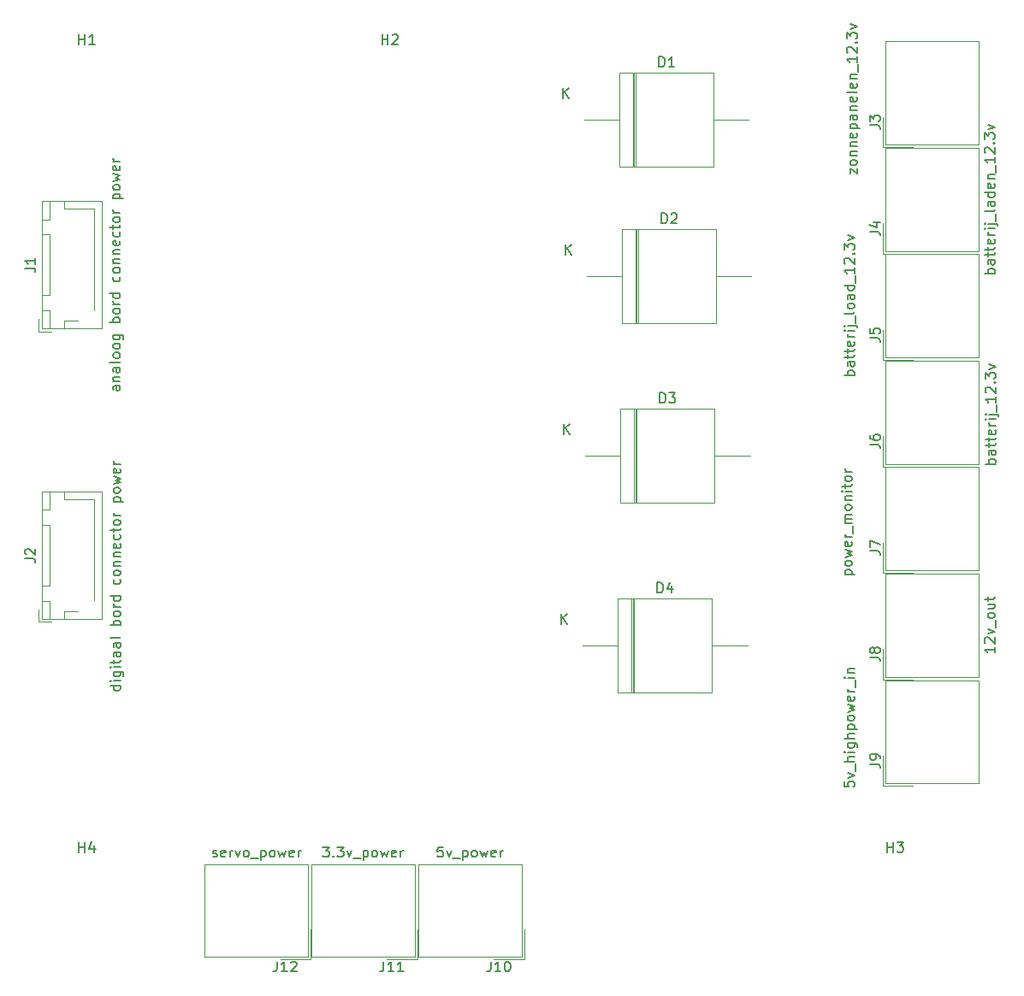
<source format=gbr>
%TF.GenerationSoftware,KiCad,Pcbnew,8.0.3*%
%TF.CreationDate,2024-11-19T22:25:58+01:00*%
%TF.ProjectId,weerstation-power,77656572-7374-4617-9469-6f6e2d706f77,rev?*%
%TF.SameCoordinates,Original*%
%TF.FileFunction,Legend,Top*%
%TF.FilePolarity,Positive*%
%FSLAX46Y46*%
G04 Gerber Fmt 4.6, Leading zero omitted, Abs format (unit mm)*
G04 Created by KiCad (PCBNEW 8.0.3) date 2024-11-19 22:25:58*
%MOMM*%
%LPD*%
G01*
G04 APERTURE LIST*
%ADD10C,0.150000*%
%ADD11C,0.120000*%
G04 APERTURE END LIST*
D10*
X19238095Y-15154819D02*
X19238095Y-14154819D01*
X19238095Y-14631009D02*
X19809523Y-14631009D01*
X19809523Y-15154819D02*
X19809523Y-14154819D01*
X20809523Y-15154819D02*
X20238095Y-15154819D01*
X20523809Y-15154819D02*
X20523809Y-14154819D01*
X20523809Y-14154819D02*
X20428571Y-14297676D01*
X20428571Y-14297676D02*
X20333333Y-14392914D01*
X20333333Y-14392914D02*
X20238095Y-14440533D01*
X38843976Y-105977319D02*
X38843976Y-106691604D01*
X38843976Y-106691604D02*
X38796357Y-106834461D01*
X38796357Y-106834461D02*
X38701119Y-106929700D01*
X38701119Y-106929700D02*
X38558262Y-106977319D01*
X38558262Y-106977319D02*
X38463024Y-106977319D01*
X39843976Y-106977319D02*
X39272548Y-106977319D01*
X39558262Y-106977319D02*
X39558262Y-105977319D01*
X39558262Y-105977319D02*
X39463024Y-106120176D01*
X39463024Y-106120176D02*
X39367786Y-106215414D01*
X39367786Y-106215414D02*
X39272548Y-106263033D01*
X40224929Y-106072557D02*
X40272548Y-106024938D01*
X40272548Y-106024938D02*
X40367786Y-105977319D01*
X40367786Y-105977319D02*
X40605881Y-105977319D01*
X40605881Y-105977319D02*
X40701119Y-106024938D01*
X40701119Y-106024938D02*
X40748738Y-106072557D01*
X40748738Y-106072557D02*
X40796357Y-106167795D01*
X40796357Y-106167795D02*
X40796357Y-106263033D01*
X40796357Y-106263033D02*
X40748738Y-106405890D01*
X40748738Y-106405890D02*
X40177310Y-106977319D01*
X40177310Y-106977319D02*
X40796357Y-106977319D01*
X32470166Y-95589700D02*
X32565404Y-95637319D01*
X32565404Y-95637319D02*
X32755880Y-95637319D01*
X32755880Y-95637319D02*
X32851118Y-95589700D01*
X32851118Y-95589700D02*
X32898737Y-95494461D01*
X32898737Y-95494461D02*
X32898737Y-95446842D01*
X32898737Y-95446842D02*
X32851118Y-95351604D01*
X32851118Y-95351604D02*
X32755880Y-95303985D01*
X32755880Y-95303985D02*
X32613023Y-95303985D01*
X32613023Y-95303985D02*
X32517785Y-95256366D01*
X32517785Y-95256366D02*
X32470166Y-95161128D01*
X32470166Y-95161128D02*
X32470166Y-95113509D01*
X32470166Y-95113509D02*
X32517785Y-95018271D01*
X32517785Y-95018271D02*
X32613023Y-94970652D01*
X32613023Y-94970652D02*
X32755880Y-94970652D01*
X32755880Y-94970652D02*
X32851118Y-95018271D01*
X33708261Y-95589700D02*
X33613023Y-95637319D01*
X33613023Y-95637319D02*
X33422547Y-95637319D01*
X33422547Y-95637319D02*
X33327309Y-95589700D01*
X33327309Y-95589700D02*
X33279690Y-95494461D01*
X33279690Y-95494461D02*
X33279690Y-95113509D01*
X33279690Y-95113509D02*
X33327309Y-95018271D01*
X33327309Y-95018271D02*
X33422547Y-94970652D01*
X33422547Y-94970652D02*
X33613023Y-94970652D01*
X33613023Y-94970652D02*
X33708261Y-95018271D01*
X33708261Y-95018271D02*
X33755880Y-95113509D01*
X33755880Y-95113509D02*
X33755880Y-95208747D01*
X33755880Y-95208747D02*
X33279690Y-95303985D01*
X34184452Y-95637319D02*
X34184452Y-94970652D01*
X34184452Y-95161128D02*
X34232071Y-95065890D01*
X34232071Y-95065890D02*
X34279690Y-95018271D01*
X34279690Y-95018271D02*
X34374928Y-94970652D01*
X34374928Y-94970652D02*
X34470166Y-94970652D01*
X34708262Y-94970652D02*
X34946357Y-95637319D01*
X34946357Y-95637319D02*
X35184452Y-94970652D01*
X35708262Y-95637319D02*
X35613024Y-95589700D01*
X35613024Y-95589700D02*
X35565405Y-95542080D01*
X35565405Y-95542080D02*
X35517786Y-95446842D01*
X35517786Y-95446842D02*
X35517786Y-95161128D01*
X35517786Y-95161128D02*
X35565405Y-95065890D01*
X35565405Y-95065890D02*
X35613024Y-95018271D01*
X35613024Y-95018271D02*
X35708262Y-94970652D01*
X35708262Y-94970652D02*
X35851119Y-94970652D01*
X35851119Y-94970652D02*
X35946357Y-95018271D01*
X35946357Y-95018271D02*
X35993976Y-95065890D01*
X35993976Y-95065890D02*
X36041595Y-95161128D01*
X36041595Y-95161128D02*
X36041595Y-95446842D01*
X36041595Y-95446842D02*
X35993976Y-95542080D01*
X35993976Y-95542080D02*
X35946357Y-95589700D01*
X35946357Y-95589700D02*
X35851119Y-95637319D01*
X35851119Y-95637319D02*
X35708262Y-95637319D01*
X36232072Y-95732557D02*
X36993976Y-95732557D01*
X37232072Y-94970652D02*
X37232072Y-95970652D01*
X37232072Y-95018271D02*
X37327310Y-94970652D01*
X37327310Y-94970652D02*
X37517786Y-94970652D01*
X37517786Y-94970652D02*
X37613024Y-95018271D01*
X37613024Y-95018271D02*
X37660643Y-95065890D01*
X37660643Y-95065890D02*
X37708262Y-95161128D01*
X37708262Y-95161128D02*
X37708262Y-95446842D01*
X37708262Y-95446842D02*
X37660643Y-95542080D01*
X37660643Y-95542080D02*
X37613024Y-95589700D01*
X37613024Y-95589700D02*
X37517786Y-95637319D01*
X37517786Y-95637319D02*
X37327310Y-95637319D01*
X37327310Y-95637319D02*
X37232072Y-95589700D01*
X38279691Y-95637319D02*
X38184453Y-95589700D01*
X38184453Y-95589700D02*
X38136834Y-95542080D01*
X38136834Y-95542080D02*
X38089215Y-95446842D01*
X38089215Y-95446842D02*
X38089215Y-95161128D01*
X38089215Y-95161128D02*
X38136834Y-95065890D01*
X38136834Y-95065890D02*
X38184453Y-95018271D01*
X38184453Y-95018271D02*
X38279691Y-94970652D01*
X38279691Y-94970652D02*
X38422548Y-94970652D01*
X38422548Y-94970652D02*
X38517786Y-95018271D01*
X38517786Y-95018271D02*
X38565405Y-95065890D01*
X38565405Y-95065890D02*
X38613024Y-95161128D01*
X38613024Y-95161128D02*
X38613024Y-95446842D01*
X38613024Y-95446842D02*
X38565405Y-95542080D01*
X38565405Y-95542080D02*
X38517786Y-95589700D01*
X38517786Y-95589700D02*
X38422548Y-95637319D01*
X38422548Y-95637319D02*
X38279691Y-95637319D01*
X38946358Y-94970652D02*
X39136834Y-95637319D01*
X39136834Y-95637319D02*
X39327310Y-95161128D01*
X39327310Y-95161128D02*
X39517786Y-95637319D01*
X39517786Y-95637319D02*
X39708262Y-94970652D01*
X40470167Y-95589700D02*
X40374929Y-95637319D01*
X40374929Y-95637319D02*
X40184453Y-95637319D01*
X40184453Y-95637319D02*
X40089215Y-95589700D01*
X40089215Y-95589700D02*
X40041596Y-95494461D01*
X40041596Y-95494461D02*
X40041596Y-95113509D01*
X40041596Y-95113509D02*
X40089215Y-95018271D01*
X40089215Y-95018271D02*
X40184453Y-94970652D01*
X40184453Y-94970652D02*
X40374929Y-94970652D01*
X40374929Y-94970652D02*
X40470167Y-95018271D01*
X40470167Y-95018271D02*
X40517786Y-95113509D01*
X40517786Y-95113509D02*
X40517786Y-95208747D01*
X40517786Y-95208747D02*
X40041596Y-95303985D01*
X40946358Y-95637319D02*
X40946358Y-94970652D01*
X40946358Y-95161128D02*
X40993977Y-95065890D01*
X40993977Y-95065890D02*
X41041596Y-95018271D01*
X41041596Y-95018271D02*
X41136834Y-94970652D01*
X41136834Y-94970652D02*
X41232072Y-94970652D01*
X13904819Y-37333333D02*
X14619104Y-37333333D01*
X14619104Y-37333333D02*
X14761961Y-37380952D01*
X14761961Y-37380952D02*
X14857200Y-37476190D01*
X14857200Y-37476190D02*
X14904819Y-37619047D01*
X14904819Y-37619047D02*
X14904819Y-37714285D01*
X14904819Y-36333333D02*
X14904819Y-36904761D01*
X14904819Y-36619047D02*
X13904819Y-36619047D01*
X13904819Y-36619047D02*
X14047676Y-36714285D01*
X14047676Y-36714285D02*
X14142914Y-36809523D01*
X14142914Y-36809523D02*
X14190533Y-36904761D01*
X23280819Y-48972192D02*
X22757009Y-48972192D01*
X22757009Y-48972192D02*
X22661771Y-49019811D01*
X22661771Y-49019811D02*
X22614152Y-49115049D01*
X22614152Y-49115049D02*
X22614152Y-49305525D01*
X22614152Y-49305525D02*
X22661771Y-49400763D01*
X23233200Y-48972192D02*
X23280819Y-49067430D01*
X23280819Y-49067430D02*
X23280819Y-49305525D01*
X23280819Y-49305525D02*
X23233200Y-49400763D01*
X23233200Y-49400763D02*
X23137961Y-49448382D01*
X23137961Y-49448382D02*
X23042723Y-49448382D01*
X23042723Y-49448382D02*
X22947485Y-49400763D01*
X22947485Y-49400763D02*
X22899866Y-49305525D01*
X22899866Y-49305525D02*
X22899866Y-49067430D01*
X22899866Y-49067430D02*
X22852247Y-48972192D01*
X22614152Y-48496001D02*
X23280819Y-48496001D01*
X22709390Y-48496001D02*
X22661771Y-48448382D01*
X22661771Y-48448382D02*
X22614152Y-48353144D01*
X22614152Y-48353144D02*
X22614152Y-48210287D01*
X22614152Y-48210287D02*
X22661771Y-48115049D01*
X22661771Y-48115049D02*
X22757009Y-48067430D01*
X22757009Y-48067430D02*
X23280819Y-48067430D01*
X23280819Y-47162668D02*
X22757009Y-47162668D01*
X22757009Y-47162668D02*
X22661771Y-47210287D01*
X22661771Y-47210287D02*
X22614152Y-47305525D01*
X22614152Y-47305525D02*
X22614152Y-47496001D01*
X22614152Y-47496001D02*
X22661771Y-47591239D01*
X23233200Y-47162668D02*
X23280819Y-47257906D01*
X23280819Y-47257906D02*
X23280819Y-47496001D01*
X23280819Y-47496001D02*
X23233200Y-47591239D01*
X23233200Y-47591239D02*
X23137961Y-47638858D01*
X23137961Y-47638858D02*
X23042723Y-47638858D01*
X23042723Y-47638858D02*
X22947485Y-47591239D01*
X22947485Y-47591239D02*
X22899866Y-47496001D01*
X22899866Y-47496001D02*
X22899866Y-47257906D01*
X22899866Y-47257906D02*
X22852247Y-47162668D01*
X23280819Y-46543620D02*
X23233200Y-46638858D01*
X23233200Y-46638858D02*
X23137961Y-46686477D01*
X23137961Y-46686477D02*
X22280819Y-46686477D01*
X23280819Y-46019810D02*
X23233200Y-46115048D01*
X23233200Y-46115048D02*
X23185580Y-46162667D01*
X23185580Y-46162667D02*
X23090342Y-46210286D01*
X23090342Y-46210286D02*
X22804628Y-46210286D01*
X22804628Y-46210286D02*
X22709390Y-46162667D01*
X22709390Y-46162667D02*
X22661771Y-46115048D01*
X22661771Y-46115048D02*
X22614152Y-46019810D01*
X22614152Y-46019810D02*
X22614152Y-45876953D01*
X22614152Y-45876953D02*
X22661771Y-45781715D01*
X22661771Y-45781715D02*
X22709390Y-45734096D01*
X22709390Y-45734096D02*
X22804628Y-45686477D01*
X22804628Y-45686477D02*
X23090342Y-45686477D01*
X23090342Y-45686477D02*
X23185580Y-45734096D01*
X23185580Y-45734096D02*
X23233200Y-45781715D01*
X23233200Y-45781715D02*
X23280819Y-45876953D01*
X23280819Y-45876953D02*
X23280819Y-46019810D01*
X23280819Y-45115048D02*
X23233200Y-45210286D01*
X23233200Y-45210286D02*
X23185580Y-45257905D01*
X23185580Y-45257905D02*
X23090342Y-45305524D01*
X23090342Y-45305524D02*
X22804628Y-45305524D01*
X22804628Y-45305524D02*
X22709390Y-45257905D01*
X22709390Y-45257905D02*
X22661771Y-45210286D01*
X22661771Y-45210286D02*
X22614152Y-45115048D01*
X22614152Y-45115048D02*
X22614152Y-44972191D01*
X22614152Y-44972191D02*
X22661771Y-44876953D01*
X22661771Y-44876953D02*
X22709390Y-44829334D01*
X22709390Y-44829334D02*
X22804628Y-44781715D01*
X22804628Y-44781715D02*
X23090342Y-44781715D01*
X23090342Y-44781715D02*
X23185580Y-44829334D01*
X23185580Y-44829334D02*
X23233200Y-44876953D01*
X23233200Y-44876953D02*
X23280819Y-44972191D01*
X23280819Y-44972191D02*
X23280819Y-45115048D01*
X22614152Y-43924572D02*
X23423676Y-43924572D01*
X23423676Y-43924572D02*
X23518914Y-43972191D01*
X23518914Y-43972191D02*
X23566533Y-44019810D01*
X23566533Y-44019810D02*
X23614152Y-44115048D01*
X23614152Y-44115048D02*
X23614152Y-44257905D01*
X23614152Y-44257905D02*
X23566533Y-44353143D01*
X23233200Y-43924572D02*
X23280819Y-44019810D01*
X23280819Y-44019810D02*
X23280819Y-44210286D01*
X23280819Y-44210286D02*
X23233200Y-44305524D01*
X23233200Y-44305524D02*
X23185580Y-44353143D01*
X23185580Y-44353143D02*
X23090342Y-44400762D01*
X23090342Y-44400762D02*
X22804628Y-44400762D01*
X22804628Y-44400762D02*
X22709390Y-44353143D01*
X22709390Y-44353143D02*
X22661771Y-44305524D01*
X22661771Y-44305524D02*
X22614152Y-44210286D01*
X22614152Y-44210286D02*
X22614152Y-44019810D01*
X22614152Y-44019810D02*
X22661771Y-43924572D01*
X23280819Y-42686476D02*
X22280819Y-42686476D01*
X22661771Y-42686476D02*
X22614152Y-42591238D01*
X22614152Y-42591238D02*
X22614152Y-42400762D01*
X22614152Y-42400762D02*
X22661771Y-42305524D01*
X22661771Y-42305524D02*
X22709390Y-42257905D01*
X22709390Y-42257905D02*
X22804628Y-42210286D01*
X22804628Y-42210286D02*
X23090342Y-42210286D01*
X23090342Y-42210286D02*
X23185580Y-42257905D01*
X23185580Y-42257905D02*
X23233200Y-42305524D01*
X23233200Y-42305524D02*
X23280819Y-42400762D01*
X23280819Y-42400762D02*
X23280819Y-42591238D01*
X23280819Y-42591238D02*
X23233200Y-42686476D01*
X23280819Y-41638857D02*
X23233200Y-41734095D01*
X23233200Y-41734095D02*
X23185580Y-41781714D01*
X23185580Y-41781714D02*
X23090342Y-41829333D01*
X23090342Y-41829333D02*
X22804628Y-41829333D01*
X22804628Y-41829333D02*
X22709390Y-41781714D01*
X22709390Y-41781714D02*
X22661771Y-41734095D01*
X22661771Y-41734095D02*
X22614152Y-41638857D01*
X22614152Y-41638857D02*
X22614152Y-41496000D01*
X22614152Y-41496000D02*
X22661771Y-41400762D01*
X22661771Y-41400762D02*
X22709390Y-41353143D01*
X22709390Y-41353143D02*
X22804628Y-41305524D01*
X22804628Y-41305524D02*
X23090342Y-41305524D01*
X23090342Y-41305524D02*
X23185580Y-41353143D01*
X23185580Y-41353143D02*
X23233200Y-41400762D01*
X23233200Y-41400762D02*
X23280819Y-41496000D01*
X23280819Y-41496000D02*
X23280819Y-41638857D01*
X23280819Y-40876952D02*
X22614152Y-40876952D01*
X22804628Y-40876952D02*
X22709390Y-40829333D01*
X22709390Y-40829333D02*
X22661771Y-40781714D01*
X22661771Y-40781714D02*
X22614152Y-40686476D01*
X22614152Y-40686476D02*
X22614152Y-40591238D01*
X23280819Y-39829333D02*
X22280819Y-39829333D01*
X23233200Y-39829333D02*
X23280819Y-39924571D01*
X23280819Y-39924571D02*
X23280819Y-40115047D01*
X23280819Y-40115047D02*
X23233200Y-40210285D01*
X23233200Y-40210285D02*
X23185580Y-40257904D01*
X23185580Y-40257904D02*
X23090342Y-40305523D01*
X23090342Y-40305523D02*
X22804628Y-40305523D01*
X22804628Y-40305523D02*
X22709390Y-40257904D01*
X22709390Y-40257904D02*
X22661771Y-40210285D01*
X22661771Y-40210285D02*
X22614152Y-40115047D01*
X22614152Y-40115047D02*
X22614152Y-39924571D01*
X22614152Y-39924571D02*
X22661771Y-39829333D01*
X23233200Y-38162666D02*
X23280819Y-38257904D01*
X23280819Y-38257904D02*
X23280819Y-38448380D01*
X23280819Y-38448380D02*
X23233200Y-38543618D01*
X23233200Y-38543618D02*
X23185580Y-38591237D01*
X23185580Y-38591237D02*
X23090342Y-38638856D01*
X23090342Y-38638856D02*
X22804628Y-38638856D01*
X22804628Y-38638856D02*
X22709390Y-38591237D01*
X22709390Y-38591237D02*
X22661771Y-38543618D01*
X22661771Y-38543618D02*
X22614152Y-38448380D01*
X22614152Y-38448380D02*
X22614152Y-38257904D01*
X22614152Y-38257904D02*
X22661771Y-38162666D01*
X23280819Y-37591237D02*
X23233200Y-37686475D01*
X23233200Y-37686475D02*
X23185580Y-37734094D01*
X23185580Y-37734094D02*
X23090342Y-37781713D01*
X23090342Y-37781713D02*
X22804628Y-37781713D01*
X22804628Y-37781713D02*
X22709390Y-37734094D01*
X22709390Y-37734094D02*
X22661771Y-37686475D01*
X22661771Y-37686475D02*
X22614152Y-37591237D01*
X22614152Y-37591237D02*
X22614152Y-37448380D01*
X22614152Y-37448380D02*
X22661771Y-37353142D01*
X22661771Y-37353142D02*
X22709390Y-37305523D01*
X22709390Y-37305523D02*
X22804628Y-37257904D01*
X22804628Y-37257904D02*
X23090342Y-37257904D01*
X23090342Y-37257904D02*
X23185580Y-37305523D01*
X23185580Y-37305523D02*
X23233200Y-37353142D01*
X23233200Y-37353142D02*
X23280819Y-37448380D01*
X23280819Y-37448380D02*
X23280819Y-37591237D01*
X22614152Y-36829332D02*
X23280819Y-36829332D01*
X22709390Y-36829332D02*
X22661771Y-36781713D01*
X22661771Y-36781713D02*
X22614152Y-36686475D01*
X22614152Y-36686475D02*
X22614152Y-36543618D01*
X22614152Y-36543618D02*
X22661771Y-36448380D01*
X22661771Y-36448380D02*
X22757009Y-36400761D01*
X22757009Y-36400761D02*
X23280819Y-36400761D01*
X22614152Y-35924570D02*
X23280819Y-35924570D01*
X22709390Y-35924570D02*
X22661771Y-35876951D01*
X22661771Y-35876951D02*
X22614152Y-35781713D01*
X22614152Y-35781713D02*
X22614152Y-35638856D01*
X22614152Y-35638856D02*
X22661771Y-35543618D01*
X22661771Y-35543618D02*
X22757009Y-35495999D01*
X22757009Y-35495999D02*
X23280819Y-35495999D01*
X23233200Y-34638856D02*
X23280819Y-34734094D01*
X23280819Y-34734094D02*
X23280819Y-34924570D01*
X23280819Y-34924570D02*
X23233200Y-35019808D01*
X23233200Y-35019808D02*
X23137961Y-35067427D01*
X23137961Y-35067427D02*
X22757009Y-35067427D01*
X22757009Y-35067427D02*
X22661771Y-35019808D01*
X22661771Y-35019808D02*
X22614152Y-34924570D01*
X22614152Y-34924570D02*
X22614152Y-34734094D01*
X22614152Y-34734094D02*
X22661771Y-34638856D01*
X22661771Y-34638856D02*
X22757009Y-34591237D01*
X22757009Y-34591237D02*
X22852247Y-34591237D01*
X22852247Y-34591237D02*
X22947485Y-35067427D01*
X23233200Y-33734094D02*
X23280819Y-33829332D01*
X23280819Y-33829332D02*
X23280819Y-34019808D01*
X23280819Y-34019808D02*
X23233200Y-34115046D01*
X23233200Y-34115046D02*
X23185580Y-34162665D01*
X23185580Y-34162665D02*
X23090342Y-34210284D01*
X23090342Y-34210284D02*
X22804628Y-34210284D01*
X22804628Y-34210284D02*
X22709390Y-34162665D01*
X22709390Y-34162665D02*
X22661771Y-34115046D01*
X22661771Y-34115046D02*
X22614152Y-34019808D01*
X22614152Y-34019808D02*
X22614152Y-33829332D01*
X22614152Y-33829332D02*
X22661771Y-33734094D01*
X22614152Y-33448379D02*
X22614152Y-33067427D01*
X22280819Y-33305522D02*
X23137961Y-33305522D01*
X23137961Y-33305522D02*
X23233200Y-33257903D01*
X23233200Y-33257903D02*
X23280819Y-33162665D01*
X23280819Y-33162665D02*
X23280819Y-33067427D01*
X23280819Y-32591236D02*
X23233200Y-32686474D01*
X23233200Y-32686474D02*
X23185580Y-32734093D01*
X23185580Y-32734093D02*
X23090342Y-32781712D01*
X23090342Y-32781712D02*
X22804628Y-32781712D01*
X22804628Y-32781712D02*
X22709390Y-32734093D01*
X22709390Y-32734093D02*
X22661771Y-32686474D01*
X22661771Y-32686474D02*
X22614152Y-32591236D01*
X22614152Y-32591236D02*
X22614152Y-32448379D01*
X22614152Y-32448379D02*
X22661771Y-32353141D01*
X22661771Y-32353141D02*
X22709390Y-32305522D01*
X22709390Y-32305522D02*
X22804628Y-32257903D01*
X22804628Y-32257903D02*
X23090342Y-32257903D01*
X23090342Y-32257903D02*
X23185580Y-32305522D01*
X23185580Y-32305522D02*
X23233200Y-32353141D01*
X23233200Y-32353141D02*
X23280819Y-32448379D01*
X23280819Y-32448379D02*
X23280819Y-32591236D01*
X23280819Y-31829331D02*
X22614152Y-31829331D01*
X22804628Y-31829331D02*
X22709390Y-31781712D01*
X22709390Y-31781712D02*
X22661771Y-31734093D01*
X22661771Y-31734093D02*
X22614152Y-31638855D01*
X22614152Y-31638855D02*
X22614152Y-31543617D01*
X22614152Y-30448378D02*
X23614152Y-30448378D01*
X22661771Y-30448378D02*
X22614152Y-30353140D01*
X22614152Y-30353140D02*
X22614152Y-30162664D01*
X22614152Y-30162664D02*
X22661771Y-30067426D01*
X22661771Y-30067426D02*
X22709390Y-30019807D01*
X22709390Y-30019807D02*
X22804628Y-29972188D01*
X22804628Y-29972188D02*
X23090342Y-29972188D01*
X23090342Y-29972188D02*
X23185580Y-30019807D01*
X23185580Y-30019807D02*
X23233200Y-30067426D01*
X23233200Y-30067426D02*
X23280819Y-30162664D01*
X23280819Y-30162664D02*
X23280819Y-30353140D01*
X23280819Y-30353140D02*
X23233200Y-30448378D01*
X23280819Y-29400759D02*
X23233200Y-29495997D01*
X23233200Y-29495997D02*
X23185580Y-29543616D01*
X23185580Y-29543616D02*
X23090342Y-29591235D01*
X23090342Y-29591235D02*
X22804628Y-29591235D01*
X22804628Y-29591235D02*
X22709390Y-29543616D01*
X22709390Y-29543616D02*
X22661771Y-29495997D01*
X22661771Y-29495997D02*
X22614152Y-29400759D01*
X22614152Y-29400759D02*
X22614152Y-29257902D01*
X22614152Y-29257902D02*
X22661771Y-29162664D01*
X22661771Y-29162664D02*
X22709390Y-29115045D01*
X22709390Y-29115045D02*
X22804628Y-29067426D01*
X22804628Y-29067426D02*
X23090342Y-29067426D01*
X23090342Y-29067426D02*
X23185580Y-29115045D01*
X23185580Y-29115045D02*
X23233200Y-29162664D01*
X23233200Y-29162664D02*
X23280819Y-29257902D01*
X23280819Y-29257902D02*
X23280819Y-29400759D01*
X22614152Y-28734092D02*
X23280819Y-28543616D01*
X23280819Y-28543616D02*
X22804628Y-28353140D01*
X22804628Y-28353140D02*
X23280819Y-28162664D01*
X23280819Y-28162664D02*
X22614152Y-27972188D01*
X23233200Y-27210283D02*
X23280819Y-27305521D01*
X23280819Y-27305521D02*
X23280819Y-27495997D01*
X23280819Y-27495997D02*
X23233200Y-27591235D01*
X23233200Y-27591235D02*
X23137961Y-27638854D01*
X23137961Y-27638854D02*
X22757009Y-27638854D01*
X22757009Y-27638854D02*
X22661771Y-27591235D01*
X22661771Y-27591235D02*
X22614152Y-27495997D01*
X22614152Y-27495997D02*
X22614152Y-27305521D01*
X22614152Y-27305521D02*
X22661771Y-27210283D01*
X22661771Y-27210283D02*
X22757009Y-27162664D01*
X22757009Y-27162664D02*
X22852247Y-27162664D01*
X22852247Y-27162664D02*
X22947485Y-27638854D01*
X23280819Y-26734092D02*
X22614152Y-26734092D01*
X22804628Y-26734092D02*
X22709390Y-26686473D01*
X22709390Y-26686473D02*
X22661771Y-26638854D01*
X22661771Y-26638854D02*
X22614152Y-26543616D01*
X22614152Y-26543616D02*
X22614152Y-26448378D01*
X76891905Y-32884819D02*
X76891905Y-31884819D01*
X76891905Y-31884819D02*
X77130000Y-31884819D01*
X77130000Y-31884819D02*
X77272857Y-31932438D01*
X77272857Y-31932438D02*
X77368095Y-32027676D01*
X77368095Y-32027676D02*
X77415714Y-32122914D01*
X77415714Y-32122914D02*
X77463333Y-32313390D01*
X77463333Y-32313390D02*
X77463333Y-32456247D01*
X77463333Y-32456247D02*
X77415714Y-32646723D01*
X77415714Y-32646723D02*
X77368095Y-32741961D01*
X77368095Y-32741961D02*
X77272857Y-32837200D01*
X77272857Y-32837200D02*
X77130000Y-32884819D01*
X77130000Y-32884819D02*
X76891905Y-32884819D01*
X77844286Y-31980057D02*
X77891905Y-31932438D01*
X77891905Y-31932438D02*
X77987143Y-31884819D01*
X77987143Y-31884819D02*
X78225238Y-31884819D01*
X78225238Y-31884819D02*
X78320476Y-31932438D01*
X78320476Y-31932438D02*
X78368095Y-31980057D01*
X78368095Y-31980057D02*
X78415714Y-32075295D01*
X78415714Y-32075295D02*
X78415714Y-32170533D01*
X78415714Y-32170533D02*
X78368095Y-32313390D01*
X78368095Y-32313390D02*
X77796667Y-32884819D01*
X77796667Y-32884819D02*
X78415714Y-32884819D01*
X67368095Y-35954819D02*
X67368095Y-34954819D01*
X67939523Y-35954819D02*
X67510952Y-35383390D01*
X67939523Y-34954819D02*
X67368095Y-35526247D01*
X59972976Y-105977319D02*
X59972976Y-106691604D01*
X59972976Y-106691604D02*
X59925357Y-106834461D01*
X59925357Y-106834461D02*
X59830119Y-106929700D01*
X59830119Y-106929700D02*
X59687262Y-106977319D01*
X59687262Y-106977319D02*
X59592024Y-106977319D01*
X60972976Y-106977319D02*
X60401548Y-106977319D01*
X60687262Y-106977319D02*
X60687262Y-105977319D01*
X60687262Y-105977319D02*
X60592024Y-106120176D01*
X60592024Y-106120176D02*
X60496786Y-106215414D01*
X60496786Y-106215414D02*
X60401548Y-106263033D01*
X61592024Y-105977319D02*
X61687262Y-105977319D01*
X61687262Y-105977319D02*
X61782500Y-106024938D01*
X61782500Y-106024938D02*
X61830119Y-106072557D01*
X61830119Y-106072557D02*
X61877738Y-106167795D01*
X61877738Y-106167795D02*
X61925357Y-106358271D01*
X61925357Y-106358271D02*
X61925357Y-106596366D01*
X61925357Y-106596366D02*
X61877738Y-106786842D01*
X61877738Y-106786842D02*
X61830119Y-106882080D01*
X61830119Y-106882080D02*
X61782500Y-106929700D01*
X61782500Y-106929700D02*
X61687262Y-106977319D01*
X61687262Y-106977319D02*
X61592024Y-106977319D01*
X61592024Y-106977319D02*
X61496786Y-106929700D01*
X61496786Y-106929700D02*
X61449167Y-106882080D01*
X61449167Y-106882080D02*
X61401548Y-106786842D01*
X61401548Y-106786842D02*
X61353929Y-106596366D01*
X61353929Y-106596366D02*
X61353929Y-106358271D01*
X61353929Y-106358271D02*
X61401548Y-106167795D01*
X61401548Y-106167795D02*
X61449167Y-106072557D01*
X61449167Y-106072557D02*
X61496786Y-106024938D01*
X61496786Y-106024938D02*
X61592024Y-105977319D01*
X55242023Y-94637319D02*
X54765833Y-94637319D01*
X54765833Y-94637319D02*
X54718214Y-95113509D01*
X54718214Y-95113509D02*
X54765833Y-95065890D01*
X54765833Y-95065890D02*
X54861071Y-95018271D01*
X54861071Y-95018271D02*
X55099166Y-95018271D01*
X55099166Y-95018271D02*
X55194404Y-95065890D01*
X55194404Y-95065890D02*
X55242023Y-95113509D01*
X55242023Y-95113509D02*
X55289642Y-95208747D01*
X55289642Y-95208747D02*
X55289642Y-95446842D01*
X55289642Y-95446842D02*
X55242023Y-95542080D01*
X55242023Y-95542080D02*
X55194404Y-95589700D01*
X55194404Y-95589700D02*
X55099166Y-95637319D01*
X55099166Y-95637319D02*
X54861071Y-95637319D01*
X54861071Y-95637319D02*
X54765833Y-95589700D01*
X54765833Y-95589700D02*
X54718214Y-95542080D01*
X55622976Y-94970652D02*
X55861071Y-95637319D01*
X55861071Y-95637319D02*
X56099166Y-94970652D01*
X56242024Y-95732557D02*
X57003928Y-95732557D01*
X57242024Y-94970652D02*
X57242024Y-95970652D01*
X57242024Y-95018271D02*
X57337262Y-94970652D01*
X57337262Y-94970652D02*
X57527738Y-94970652D01*
X57527738Y-94970652D02*
X57622976Y-95018271D01*
X57622976Y-95018271D02*
X57670595Y-95065890D01*
X57670595Y-95065890D02*
X57718214Y-95161128D01*
X57718214Y-95161128D02*
X57718214Y-95446842D01*
X57718214Y-95446842D02*
X57670595Y-95542080D01*
X57670595Y-95542080D02*
X57622976Y-95589700D01*
X57622976Y-95589700D02*
X57527738Y-95637319D01*
X57527738Y-95637319D02*
X57337262Y-95637319D01*
X57337262Y-95637319D02*
X57242024Y-95589700D01*
X58289643Y-95637319D02*
X58194405Y-95589700D01*
X58194405Y-95589700D02*
X58146786Y-95542080D01*
X58146786Y-95542080D02*
X58099167Y-95446842D01*
X58099167Y-95446842D02*
X58099167Y-95161128D01*
X58099167Y-95161128D02*
X58146786Y-95065890D01*
X58146786Y-95065890D02*
X58194405Y-95018271D01*
X58194405Y-95018271D02*
X58289643Y-94970652D01*
X58289643Y-94970652D02*
X58432500Y-94970652D01*
X58432500Y-94970652D02*
X58527738Y-95018271D01*
X58527738Y-95018271D02*
X58575357Y-95065890D01*
X58575357Y-95065890D02*
X58622976Y-95161128D01*
X58622976Y-95161128D02*
X58622976Y-95446842D01*
X58622976Y-95446842D02*
X58575357Y-95542080D01*
X58575357Y-95542080D02*
X58527738Y-95589700D01*
X58527738Y-95589700D02*
X58432500Y-95637319D01*
X58432500Y-95637319D02*
X58289643Y-95637319D01*
X58956310Y-94970652D02*
X59146786Y-95637319D01*
X59146786Y-95637319D02*
X59337262Y-95161128D01*
X59337262Y-95161128D02*
X59527738Y-95637319D01*
X59527738Y-95637319D02*
X59718214Y-94970652D01*
X60480119Y-95589700D02*
X60384881Y-95637319D01*
X60384881Y-95637319D02*
X60194405Y-95637319D01*
X60194405Y-95637319D02*
X60099167Y-95589700D01*
X60099167Y-95589700D02*
X60051548Y-95494461D01*
X60051548Y-95494461D02*
X60051548Y-95113509D01*
X60051548Y-95113509D02*
X60099167Y-95018271D01*
X60099167Y-95018271D02*
X60194405Y-94970652D01*
X60194405Y-94970652D02*
X60384881Y-94970652D01*
X60384881Y-94970652D02*
X60480119Y-95018271D01*
X60480119Y-95018271D02*
X60527738Y-95113509D01*
X60527738Y-95113509D02*
X60527738Y-95208747D01*
X60527738Y-95208747D02*
X60051548Y-95303985D01*
X60956310Y-95637319D02*
X60956310Y-94970652D01*
X60956310Y-95161128D02*
X61003929Y-95065890D01*
X61003929Y-95065890D02*
X61051548Y-95018271D01*
X61051548Y-95018271D02*
X61146786Y-94970652D01*
X61146786Y-94970652D02*
X61242024Y-94970652D01*
X97504819Y-44244333D02*
X98219104Y-44244333D01*
X98219104Y-44244333D02*
X98361961Y-44291952D01*
X98361961Y-44291952D02*
X98457200Y-44387190D01*
X98457200Y-44387190D02*
X98504819Y-44530047D01*
X98504819Y-44530047D02*
X98504819Y-44625285D01*
X97504819Y-43291952D02*
X97504819Y-43768142D01*
X97504819Y-43768142D02*
X97981009Y-43815761D01*
X97981009Y-43815761D02*
X97933390Y-43768142D01*
X97933390Y-43768142D02*
X97885771Y-43672904D01*
X97885771Y-43672904D02*
X97885771Y-43434809D01*
X97885771Y-43434809D02*
X97933390Y-43339571D01*
X97933390Y-43339571D02*
X97981009Y-43291952D01*
X97981009Y-43291952D02*
X98076247Y-43244333D01*
X98076247Y-43244333D02*
X98314342Y-43244333D01*
X98314342Y-43244333D02*
X98409580Y-43291952D01*
X98409580Y-43291952D02*
X98457200Y-43339571D01*
X98457200Y-43339571D02*
X98504819Y-43434809D01*
X98504819Y-43434809D02*
X98504819Y-43672904D01*
X98504819Y-43672904D02*
X98457200Y-43768142D01*
X98457200Y-43768142D02*
X98409580Y-43815761D01*
X95958819Y-47941952D02*
X94958819Y-47941952D01*
X95339771Y-47941952D02*
X95292152Y-47846714D01*
X95292152Y-47846714D02*
X95292152Y-47656238D01*
X95292152Y-47656238D02*
X95339771Y-47561000D01*
X95339771Y-47561000D02*
X95387390Y-47513381D01*
X95387390Y-47513381D02*
X95482628Y-47465762D01*
X95482628Y-47465762D02*
X95768342Y-47465762D01*
X95768342Y-47465762D02*
X95863580Y-47513381D01*
X95863580Y-47513381D02*
X95911200Y-47561000D01*
X95911200Y-47561000D02*
X95958819Y-47656238D01*
X95958819Y-47656238D02*
X95958819Y-47846714D01*
X95958819Y-47846714D02*
X95911200Y-47941952D01*
X95958819Y-46608619D02*
X95435009Y-46608619D01*
X95435009Y-46608619D02*
X95339771Y-46656238D01*
X95339771Y-46656238D02*
X95292152Y-46751476D01*
X95292152Y-46751476D02*
X95292152Y-46941952D01*
X95292152Y-46941952D02*
X95339771Y-47037190D01*
X95911200Y-46608619D02*
X95958819Y-46703857D01*
X95958819Y-46703857D02*
X95958819Y-46941952D01*
X95958819Y-46941952D02*
X95911200Y-47037190D01*
X95911200Y-47037190D02*
X95815961Y-47084809D01*
X95815961Y-47084809D02*
X95720723Y-47084809D01*
X95720723Y-47084809D02*
X95625485Y-47037190D01*
X95625485Y-47037190D02*
X95577866Y-46941952D01*
X95577866Y-46941952D02*
X95577866Y-46703857D01*
X95577866Y-46703857D02*
X95530247Y-46608619D01*
X95292152Y-46275285D02*
X95292152Y-45894333D01*
X94958819Y-46132428D02*
X95815961Y-46132428D01*
X95815961Y-46132428D02*
X95911200Y-46084809D01*
X95911200Y-46084809D02*
X95958819Y-45989571D01*
X95958819Y-45989571D02*
X95958819Y-45894333D01*
X95292152Y-45703856D02*
X95292152Y-45322904D01*
X94958819Y-45560999D02*
X95815961Y-45560999D01*
X95815961Y-45560999D02*
X95911200Y-45513380D01*
X95911200Y-45513380D02*
X95958819Y-45418142D01*
X95958819Y-45418142D02*
X95958819Y-45322904D01*
X95911200Y-44608618D02*
X95958819Y-44703856D01*
X95958819Y-44703856D02*
X95958819Y-44894332D01*
X95958819Y-44894332D02*
X95911200Y-44989570D01*
X95911200Y-44989570D02*
X95815961Y-45037189D01*
X95815961Y-45037189D02*
X95435009Y-45037189D01*
X95435009Y-45037189D02*
X95339771Y-44989570D01*
X95339771Y-44989570D02*
X95292152Y-44894332D01*
X95292152Y-44894332D02*
X95292152Y-44703856D01*
X95292152Y-44703856D02*
X95339771Y-44608618D01*
X95339771Y-44608618D02*
X95435009Y-44560999D01*
X95435009Y-44560999D02*
X95530247Y-44560999D01*
X95530247Y-44560999D02*
X95625485Y-45037189D01*
X95958819Y-44132427D02*
X95292152Y-44132427D01*
X95482628Y-44132427D02*
X95387390Y-44084808D01*
X95387390Y-44084808D02*
X95339771Y-44037189D01*
X95339771Y-44037189D02*
X95292152Y-43941951D01*
X95292152Y-43941951D02*
X95292152Y-43846713D01*
X95958819Y-43513379D02*
X95292152Y-43513379D01*
X94958819Y-43513379D02*
X95006438Y-43560998D01*
X95006438Y-43560998D02*
X95054057Y-43513379D01*
X95054057Y-43513379D02*
X95006438Y-43465760D01*
X95006438Y-43465760D02*
X94958819Y-43513379D01*
X94958819Y-43513379D02*
X95054057Y-43513379D01*
X95292152Y-43037189D02*
X96149295Y-43037189D01*
X96149295Y-43037189D02*
X96244533Y-43084808D01*
X96244533Y-43084808D02*
X96292152Y-43180046D01*
X96292152Y-43180046D02*
X96292152Y-43227665D01*
X94958819Y-43037189D02*
X95006438Y-43084808D01*
X95006438Y-43084808D02*
X95054057Y-43037189D01*
X95054057Y-43037189D02*
X95006438Y-42989570D01*
X95006438Y-42989570D02*
X94958819Y-43037189D01*
X94958819Y-43037189D02*
X95054057Y-43037189D01*
X96054057Y-42799095D02*
X96054057Y-42037190D01*
X95958819Y-41656237D02*
X95911200Y-41751475D01*
X95911200Y-41751475D02*
X95815961Y-41799094D01*
X95815961Y-41799094D02*
X94958819Y-41799094D01*
X95958819Y-41132427D02*
X95911200Y-41227665D01*
X95911200Y-41227665D02*
X95863580Y-41275284D01*
X95863580Y-41275284D02*
X95768342Y-41322903D01*
X95768342Y-41322903D02*
X95482628Y-41322903D01*
X95482628Y-41322903D02*
X95387390Y-41275284D01*
X95387390Y-41275284D02*
X95339771Y-41227665D01*
X95339771Y-41227665D02*
X95292152Y-41132427D01*
X95292152Y-41132427D02*
X95292152Y-40989570D01*
X95292152Y-40989570D02*
X95339771Y-40894332D01*
X95339771Y-40894332D02*
X95387390Y-40846713D01*
X95387390Y-40846713D02*
X95482628Y-40799094D01*
X95482628Y-40799094D02*
X95768342Y-40799094D01*
X95768342Y-40799094D02*
X95863580Y-40846713D01*
X95863580Y-40846713D02*
X95911200Y-40894332D01*
X95911200Y-40894332D02*
X95958819Y-40989570D01*
X95958819Y-40989570D02*
X95958819Y-41132427D01*
X95958819Y-39941951D02*
X95435009Y-39941951D01*
X95435009Y-39941951D02*
X95339771Y-39989570D01*
X95339771Y-39989570D02*
X95292152Y-40084808D01*
X95292152Y-40084808D02*
X95292152Y-40275284D01*
X95292152Y-40275284D02*
X95339771Y-40370522D01*
X95911200Y-39941951D02*
X95958819Y-40037189D01*
X95958819Y-40037189D02*
X95958819Y-40275284D01*
X95958819Y-40275284D02*
X95911200Y-40370522D01*
X95911200Y-40370522D02*
X95815961Y-40418141D01*
X95815961Y-40418141D02*
X95720723Y-40418141D01*
X95720723Y-40418141D02*
X95625485Y-40370522D01*
X95625485Y-40370522D02*
X95577866Y-40275284D01*
X95577866Y-40275284D02*
X95577866Y-40037189D01*
X95577866Y-40037189D02*
X95530247Y-39941951D01*
X95958819Y-39037189D02*
X94958819Y-39037189D01*
X95911200Y-39037189D02*
X95958819Y-39132427D01*
X95958819Y-39132427D02*
X95958819Y-39322903D01*
X95958819Y-39322903D02*
X95911200Y-39418141D01*
X95911200Y-39418141D02*
X95863580Y-39465760D01*
X95863580Y-39465760D02*
X95768342Y-39513379D01*
X95768342Y-39513379D02*
X95482628Y-39513379D01*
X95482628Y-39513379D02*
X95387390Y-39465760D01*
X95387390Y-39465760D02*
X95339771Y-39418141D01*
X95339771Y-39418141D02*
X95292152Y-39322903D01*
X95292152Y-39322903D02*
X95292152Y-39132427D01*
X95292152Y-39132427D02*
X95339771Y-39037189D01*
X96054057Y-38799094D02*
X96054057Y-38037189D01*
X95958819Y-37275284D02*
X95958819Y-37846712D01*
X95958819Y-37560998D02*
X94958819Y-37560998D01*
X94958819Y-37560998D02*
X95101676Y-37656236D01*
X95101676Y-37656236D02*
X95196914Y-37751474D01*
X95196914Y-37751474D02*
X95244533Y-37846712D01*
X95054057Y-36894331D02*
X95006438Y-36846712D01*
X95006438Y-36846712D02*
X94958819Y-36751474D01*
X94958819Y-36751474D02*
X94958819Y-36513379D01*
X94958819Y-36513379D02*
X95006438Y-36418141D01*
X95006438Y-36418141D02*
X95054057Y-36370522D01*
X95054057Y-36370522D02*
X95149295Y-36322903D01*
X95149295Y-36322903D02*
X95244533Y-36322903D01*
X95244533Y-36322903D02*
X95387390Y-36370522D01*
X95387390Y-36370522D02*
X95958819Y-36941950D01*
X95958819Y-36941950D02*
X95958819Y-36322903D01*
X95863580Y-35894331D02*
X95911200Y-35846712D01*
X95911200Y-35846712D02*
X95958819Y-35894331D01*
X95958819Y-35894331D02*
X95911200Y-35941950D01*
X95911200Y-35941950D02*
X95863580Y-35894331D01*
X95863580Y-35894331D02*
X95958819Y-35894331D01*
X94958819Y-35513379D02*
X94958819Y-34894332D01*
X94958819Y-34894332D02*
X95339771Y-35227665D01*
X95339771Y-35227665D02*
X95339771Y-35084808D01*
X95339771Y-35084808D02*
X95387390Y-34989570D01*
X95387390Y-34989570D02*
X95435009Y-34941951D01*
X95435009Y-34941951D02*
X95530247Y-34894332D01*
X95530247Y-34894332D02*
X95768342Y-34894332D01*
X95768342Y-34894332D02*
X95863580Y-34941951D01*
X95863580Y-34941951D02*
X95911200Y-34989570D01*
X95911200Y-34989570D02*
X95958819Y-35084808D01*
X95958819Y-35084808D02*
X95958819Y-35370522D01*
X95958819Y-35370522D02*
X95911200Y-35465760D01*
X95911200Y-35465760D02*
X95863580Y-35513379D01*
X95292152Y-34560998D02*
X95958819Y-34322903D01*
X95958819Y-34322903D02*
X95292152Y-34084808D01*
X99238095Y-95154819D02*
X99238095Y-94154819D01*
X99238095Y-94631009D02*
X99809523Y-94631009D01*
X99809523Y-95154819D02*
X99809523Y-94154819D01*
X100190476Y-94154819D02*
X100809523Y-94154819D01*
X100809523Y-94154819D02*
X100476190Y-94535771D01*
X100476190Y-94535771D02*
X100619047Y-94535771D01*
X100619047Y-94535771D02*
X100714285Y-94583390D01*
X100714285Y-94583390D02*
X100761904Y-94631009D01*
X100761904Y-94631009D02*
X100809523Y-94726247D01*
X100809523Y-94726247D02*
X100809523Y-94964342D01*
X100809523Y-94964342D02*
X100761904Y-95059580D01*
X100761904Y-95059580D02*
X100714285Y-95107200D01*
X100714285Y-95107200D02*
X100619047Y-95154819D01*
X100619047Y-95154819D02*
X100333333Y-95154819D01*
X100333333Y-95154819D02*
X100238095Y-95107200D01*
X100238095Y-95107200D02*
X100190476Y-95059580D01*
X13904819Y-66083333D02*
X14619104Y-66083333D01*
X14619104Y-66083333D02*
X14761961Y-66130952D01*
X14761961Y-66130952D02*
X14857200Y-66226190D01*
X14857200Y-66226190D02*
X14904819Y-66369047D01*
X14904819Y-66369047D02*
X14904819Y-66464285D01*
X14000057Y-65654761D02*
X13952438Y-65607142D01*
X13952438Y-65607142D02*
X13904819Y-65511904D01*
X13904819Y-65511904D02*
X13904819Y-65273809D01*
X13904819Y-65273809D02*
X13952438Y-65178571D01*
X13952438Y-65178571D02*
X14000057Y-65130952D01*
X14000057Y-65130952D02*
X14095295Y-65083333D01*
X14095295Y-65083333D02*
X14190533Y-65083333D01*
X14190533Y-65083333D02*
X14333390Y-65130952D01*
X14333390Y-65130952D02*
X14904819Y-65702380D01*
X14904819Y-65702380D02*
X14904819Y-65083333D01*
X23314819Y-78675335D02*
X22314819Y-78675335D01*
X23267200Y-78675335D02*
X23314819Y-78770573D01*
X23314819Y-78770573D02*
X23314819Y-78961049D01*
X23314819Y-78961049D02*
X23267200Y-79056287D01*
X23267200Y-79056287D02*
X23219580Y-79103906D01*
X23219580Y-79103906D02*
X23124342Y-79151525D01*
X23124342Y-79151525D02*
X22838628Y-79151525D01*
X22838628Y-79151525D02*
X22743390Y-79103906D01*
X22743390Y-79103906D02*
X22695771Y-79056287D01*
X22695771Y-79056287D02*
X22648152Y-78961049D01*
X22648152Y-78961049D02*
X22648152Y-78770573D01*
X22648152Y-78770573D02*
X22695771Y-78675335D01*
X23314819Y-78199144D02*
X22648152Y-78199144D01*
X22314819Y-78199144D02*
X22362438Y-78246763D01*
X22362438Y-78246763D02*
X22410057Y-78199144D01*
X22410057Y-78199144D02*
X22362438Y-78151525D01*
X22362438Y-78151525D02*
X22314819Y-78199144D01*
X22314819Y-78199144D02*
X22410057Y-78199144D01*
X22648152Y-77294383D02*
X23457676Y-77294383D01*
X23457676Y-77294383D02*
X23552914Y-77342002D01*
X23552914Y-77342002D02*
X23600533Y-77389621D01*
X23600533Y-77389621D02*
X23648152Y-77484859D01*
X23648152Y-77484859D02*
X23648152Y-77627716D01*
X23648152Y-77627716D02*
X23600533Y-77722954D01*
X23267200Y-77294383D02*
X23314819Y-77389621D01*
X23314819Y-77389621D02*
X23314819Y-77580097D01*
X23314819Y-77580097D02*
X23267200Y-77675335D01*
X23267200Y-77675335D02*
X23219580Y-77722954D01*
X23219580Y-77722954D02*
X23124342Y-77770573D01*
X23124342Y-77770573D02*
X22838628Y-77770573D01*
X22838628Y-77770573D02*
X22743390Y-77722954D01*
X22743390Y-77722954D02*
X22695771Y-77675335D01*
X22695771Y-77675335D02*
X22648152Y-77580097D01*
X22648152Y-77580097D02*
X22648152Y-77389621D01*
X22648152Y-77389621D02*
X22695771Y-77294383D01*
X23314819Y-76818192D02*
X22648152Y-76818192D01*
X22314819Y-76818192D02*
X22362438Y-76865811D01*
X22362438Y-76865811D02*
X22410057Y-76818192D01*
X22410057Y-76818192D02*
X22362438Y-76770573D01*
X22362438Y-76770573D02*
X22314819Y-76818192D01*
X22314819Y-76818192D02*
X22410057Y-76818192D01*
X22648152Y-76484859D02*
X22648152Y-76103907D01*
X22314819Y-76342002D02*
X23171961Y-76342002D01*
X23171961Y-76342002D02*
X23267200Y-76294383D01*
X23267200Y-76294383D02*
X23314819Y-76199145D01*
X23314819Y-76199145D02*
X23314819Y-76103907D01*
X23314819Y-75342002D02*
X22791009Y-75342002D01*
X22791009Y-75342002D02*
X22695771Y-75389621D01*
X22695771Y-75389621D02*
X22648152Y-75484859D01*
X22648152Y-75484859D02*
X22648152Y-75675335D01*
X22648152Y-75675335D02*
X22695771Y-75770573D01*
X23267200Y-75342002D02*
X23314819Y-75437240D01*
X23314819Y-75437240D02*
X23314819Y-75675335D01*
X23314819Y-75675335D02*
X23267200Y-75770573D01*
X23267200Y-75770573D02*
X23171961Y-75818192D01*
X23171961Y-75818192D02*
X23076723Y-75818192D01*
X23076723Y-75818192D02*
X22981485Y-75770573D01*
X22981485Y-75770573D02*
X22933866Y-75675335D01*
X22933866Y-75675335D02*
X22933866Y-75437240D01*
X22933866Y-75437240D02*
X22886247Y-75342002D01*
X23314819Y-74437240D02*
X22791009Y-74437240D01*
X22791009Y-74437240D02*
X22695771Y-74484859D01*
X22695771Y-74484859D02*
X22648152Y-74580097D01*
X22648152Y-74580097D02*
X22648152Y-74770573D01*
X22648152Y-74770573D02*
X22695771Y-74865811D01*
X23267200Y-74437240D02*
X23314819Y-74532478D01*
X23314819Y-74532478D02*
X23314819Y-74770573D01*
X23314819Y-74770573D02*
X23267200Y-74865811D01*
X23267200Y-74865811D02*
X23171961Y-74913430D01*
X23171961Y-74913430D02*
X23076723Y-74913430D01*
X23076723Y-74913430D02*
X22981485Y-74865811D01*
X22981485Y-74865811D02*
X22933866Y-74770573D01*
X22933866Y-74770573D02*
X22933866Y-74532478D01*
X22933866Y-74532478D02*
X22886247Y-74437240D01*
X23314819Y-73818192D02*
X23267200Y-73913430D01*
X23267200Y-73913430D02*
X23171961Y-73961049D01*
X23171961Y-73961049D02*
X22314819Y-73961049D01*
X23314819Y-72675334D02*
X22314819Y-72675334D01*
X22695771Y-72675334D02*
X22648152Y-72580096D01*
X22648152Y-72580096D02*
X22648152Y-72389620D01*
X22648152Y-72389620D02*
X22695771Y-72294382D01*
X22695771Y-72294382D02*
X22743390Y-72246763D01*
X22743390Y-72246763D02*
X22838628Y-72199144D01*
X22838628Y-72199144D02*
X23124342Y-72199144D01*
X23124342Y-72199144D02*
X23219580Y-72246763D01*
X23219580Y-72246763D02*
X23267200Y-72294382D01*
X23267200Y-72294382D02*
X23314819Y-72389620D01*
X23314819Y-72389620D02*
X23314819Y-72580096D01*
X23314819Y-72580096D02*
X23267200Y-72675334D01*
X23314819Y-71627715D02*
X23267200Y-71722953D01*
X23267200Y-71722953D02*
X23219580Y-71770572D01*
X23219580Y-71770572D02*
X23124342Y-71818191D01*
X23124342Y-71818191D02*
X22838628Y-71818191D01*
X22838628Y-71818191D02*
X22743390Y-71770572D01*
X22743390Y-71770572D02*
X22695771Y-71722953D01*
X22695771Y-71722953D02*
X22648152Y-71627715D01*
X22648152Y-71627715D02*
X22648152Y-71484858D01*
X22648152Y-71484858D02*
X22695771Y-71389620D01*
X22695771Y-71389620D02*
X22743390Y-71342001D01*
X22743390Y-71342001D02*
X22838628Y-71294382D01*
X22838628Y-71294382D02*
X23124342Y-71294382D01*
X23124342Y-71294382D02*
X23219580Y-71342001D01*
X23219580Y-71342001D02*
X23267200Y-71389620D01*
X23267200Y-71389620D02*
X23314819Y-71484858D01*
X23314819Y-71484858D02*
X23314819Y-71627715D01*
X23314819Y-70865810D02*
X22648152Y-70865810D01*
X22838628Y-70865810D02*
X22743390Y-70818191D01*
X22743390Y-70818191D02*
X22695771Y-70770572D01*
X22695771Y-70770572D02*
X22648152Y-70675334D01*
X22648152Y-70675334D02*
X22648152Y-70580096D01*
X23314819Y-69818191D02*
X22314819Y-69818191D01*
X23267200Y-69818191D02*
X23314819Y-69913429D01*
X23314819Y-69913429D02*
X23314819Y-70103905D01*
X23314819Y-70103905D02*
X23267200Y-70199143D01*
X23267200Y-70199143D02*
X23219580Y-70246762D01*
X23219580Y-70246762D02*
X23124342Y-70294381D01*
X23124342Y-70294381D02*
X22838628Y-70294381D01*
X22838628Y-70294381D02*
X22743390Y-70246762D01*
X22743390Y-70246762D02*
X22695771Y-70199143D01*
X22695771Y-70199143D02*
X22648152Y-70103905D01*
X22648152Y-70103905D02*
X22648152Y-69913429D01*
X22648152Y-69913429D02*
X22695771Y-69818191D01*
X23267200Y-68151524D02*
X23314819Y-68246762D01*
X23314819Y-68246762D02*
X23314819Y-68437238D01*
X23314819Y-68437238D02*
X23267200Y-68532476D01*
X23267200Y-68532476D02*
X23219580Y-68580095D01*
X23219580Y-68580095D02*
X23124342Y-68627714D01*
X23124342Y-68627714D02*
X22838628Y-68627714D01*
X22838628Y-68627714D02*
X22743390Y-68580095D01*
X22743390Y-68580095D02*
X22695771Y-68532476D01*
X22695771Y-68532476D02*
X22648152Y-68437238D01*
X22648152Y-68437238D02*
X22648152Y-68246762D01*
X22648152Y-68246762D02*
X22695771Y-68151524D01*
X23314819Y-67580095D02*
X23267200Y-67675333D01*
X23267200Y-67675333D02*
X23219580Y-67722952D01*
X23219580Y-67722952D02*
X23124342Y-67770571D01*
X23124342Y-67770571D02*
X22838628Y-67770571D01*
X22838628Y-67770571D02*
X22743390Y-67722952D01*
X22743390Y-67722952D02*
X22695771Y-67675333D01*
X22695771Y-67675333D02*
X22648152Y-67580095D01*
X22648152Y-67580095D02*
X22648152Y-67437238D01*
X22648152Y-67437238D02*
X22695771Y-67342000D01*
X22695771Y-67342000D02*
X22743390Y-67294381D01*
X22743390Y-67294381D02*
X22838628Y-67246762D01*
X22838628Y-67246762D02*
X23124342Y-67246762D01*
X23124342Y-67246762D02*
X23219580Y-67294381D01*
X23219580Y-67294381D02*
X23267200Y-67342000D01*
X23267200Y-67342000D02*
X23314819Y-67437238D01*
X23314819Y-67437238D02*
X23314819Y-67580095D01*
X22648152Y-66818190D02*
X23314819Y-66818190D01*
X22743390Y-66818190D02*
X22695771Y-66770571D01*
X22695771Y-66770571D02*
X22648152Y-66675333D01*
X22648152Y-66675333D02*
X22648152Y-66532476D01*
X22648152Y-66532476D02*
X22695771Y-66437238D01*
X22695771Y-66437238D02*
X22791009Y-66389619D01*
X22791009Y-66389619D02*
X23314819Y-66389619D01*
X22648152Y-65913428D02*
X23314819Y-65913428D01*
X22743390Y-65913428D02*
X22695771Y-65865809D01*
X22695771Y-65865809D02*
X22648152Y-65770571D01*
X22648152Y-65770571D02*
X22648152Y-65627714D01*
X22648152Y-65627714D02*
X22695771Y-65532476D01*
X22695771Y-65532476D02*
X22791009Y-65484857D01*
X22791009Y-65484857D02*
X23314819Y-65484857D01*
X23267200Y-64627714D02*
X23314819Y-64722952D01*
X23314819Y-64722952D02*
X23314819Y-64913428D01*
X23314819Y-64913428D02*
X23267200Y-65008666D01*
X23267200Y-65008666D02*
X23171961Y-65056285D01*
X23171961Y-65056285D02*
X22791009Y-65056285D01*
X22791009Y-65056285D02*
X22695771Y-65008666D01*
X22695771Y-65008666D02*
X22648152Y-64913428D01*
X22648152Y-64913428D02*
X22648152Y-64722952D01*
X22648152Y-64722952D02*
X22695771Y-64627714D01*
X22695771Y-64627714D02*
X22791009Y-64580095D01*
X22791009Y-64580095D02*
X22886247Y-64580095D01*
X22886247Y-64580095D02*
X22981485Y-65056285D01*
X23267200Y-63722952D02*
X23314819Y-63818190D01*
X23314819Y-63818190D02*
X23314819Y-64008666D01*
X23314819Y-64008666D02*
X23267200Y-64103904D01*
X23267200Y-64103904D02*
X23219580Y-64151523D01*
X23219580Y-64151523D02*
X23124342Y-64199142D01*
X23124342Y-64199142D02*
X22838628Y-64199142D01*
X22838628Y-64199142D02*
X22743390Y-64151523D01*
X22743390Y-64151523D02*
X22695771Y-64103904D01*
X22695771Y-64103904D02*
X22648152Y-64008666D01*
X22648152Y-64008666D02*
X22648152Y-63818190D01*
X22648152Y-63818190D02*
X22695771Y-63722952D01*
X22648152Y-63437237D02*
X22648152Y-63056285D01*
X22314819Y-63294380D02*
X23171961Y-63294380D01*
X23171961Y-63294380D02*
X23267200Y-63246761D01*
X23267200Y-63246761D02*
X23314819Y-63151523D01*
X23314819Y-63151523D02*
X23314819Y-63056285D01*
X23314819Y-62580094D02*
X23267200Y-62675332D01*
X23267200Y-62675332D02*
X23219580Y-62722951D01*
X23219580Y-62722951D02*
X23124342Y-62770570D01*
X23124342Y-62770570D02*
X22838628Y-62770570D01*
X22838628Y-62770570D02*
X22743390Y-62722951D01*
X22743390Y-62722951D02*
X22695771Y-62675332D01*
X22695771Y-62675332D02*
X22648152Y-62580094D01*
X22648152Y-62580094D02*
X22648152Y-62437237D01*
X22648152Y-62437237D02*
X22695771Y-62341999D01*
X22695771Y-62341999D02*
X22743390Y-62294380D01*
X22743390Y-62294380D02*
X22838628Y-62246761D01*
X22838628Y-62246761D02*
X23124342Y-62246761D01*
X23124342Y-62246761D02*
X23219580Y-62294380D01*
X23219580Y-62294380D02*
X23267200Y-62341999D01*
X23267200Y-62341999D02*
X23314819Y-62437237D01*
X23314819Y-62437237D02*
X23314819Y-62580094D01*
X23314819Y-61818189D02*
X22648152Y-61818189D01*
X22838628Y-61818189D02*
X22743390Y-61770570D01*
X22743390Y-61770570D02*
X22695771Y-61722951D01*
X22695771Y-61722951D02*
X22648152Y-61627713D01*
X22648152Y-61627713D02*
X22648152Y-61532475D01*
X22648152Y-60437236D02*
X23648152Y-60437236D01*
X22695771Y-60437236D02*
X22648152Y-60341998D01*
X22648152Y-60341998D02*
X22648152Y-60151522D01*
X22648152Y-60151522D02*
X22695771Y-60056284D01*
X22695771Y-60056284D02*
X22743390Y-60008665D01*
X22743390Y-60008665D02*
X22838628Y-59961046D01*
X22838628Y-59961046D02*
X23124342Y-59961046D01*
X23124342Y-59961046D02*
X23219580Y-60008665D01*
X23219580Y-60008665D02*
X23267200Y-60056284D01*
X23267200Y-60056284D02*
X23314819Y-60151522D01*
X23314819Y-60151522D02*
X23314819Y-60341998D01*
X23314819Y-60341998D02*
X23267200Y-60437236D01*
X23314819Y-59389617D02*
X23267200Y-59484855D01*
X23267200Y-59484855D02*
X23219580Y-59532474D01*
X23219580Y-59532474D02*
X23124342Y-59580093D01*
X23124342Y-59580093D02*
X22838628Y-59580093D01*
X22838628Y-59580093D02*
X22743390Y-59532474D01*
X22743390Y-59532474D02*
X22695771Y-59484855D01*
X22695771Y-59484855D02*
X22648152Y-59389617D01*
X22648152Y-59389617D02*
X22648152Y-59246760D01*
X22648152Y-59246760D02*
X22695771Y-59151522D01*
X22695771Y-59151522D02*
X22743390Y-59103903D01*
X22743390Y-59103903D02*
X22838628Y-59056284D01*
X22838628Y-59056284D02*
X23124342Y-59056284D01*
X23124342Y-59056284D02*
X23219580Y-59103903D01*
X23219580Y-59103903D02*
X23267200Y-59151522D01*
X23267200Y-59151522D02*
X23314819Y-59246760D01*
X23314819Y-59246760D02*
X23314819Y-59389617D01*
X22648152Y-58722950D02*
X23314819Y-58532474D01*
X23314819Y-58532474D02*
X22838628Y-58341998D01*
X22838628Y-58341998D02*
X23314819Y-58151522D01*
X23314819Y-58151522D02*
X22648152Y-57961046D01*
X23267200Y-57199141D02*
X23314819Y-57294379D01*
X23314819Y-57294379D02*
X23314819Y-57484855D01*
X23314819Y-57484855D02*
X23267200Y-57580093D01*
X23267200Y-57580093D02*
X23171961Y-57627712D01*
X23171961Y-57627712D02*
X22791009Y-57627712D01*
X22791009Y-57627712D02*
X22695771Y-57580093D01*
X22695771Y-57580093D02*
X22648152Y-57484855D01*
X22648152Y-57484855D02*
X22648152Y-57294379D01*
X22648152Y-57294379D02*
X22695771Y-57199141D01*
X22695771Y-57199141D02*
X22791009Y-57151522D01*
X22791009Y-57151522D02*
X22886247Y-57151522D01*
X22886247Y-57151522D02*
X22981485Y-57627712D01*
X23314819Y-56722950D02*
X22648152Y-56722950D01*
X22838628Y-56722950D02*
X22743390Y-56675331D01*
X22743390Y-56675331D02*
X22695771Y-56627712D01*
X22695771Y-56627712D02*
X22648152Y-56532474D01*
X22648152Y-56532474D02*
X22648152Y-56437236D01*
X97504819Y-65326333D02*
X98219104Y-65326333D01*
X98219104Y-65326333D02*
X98361961Y-65373952D01*
X98361961Y-65373952D02*
X98457200Y-65469190D01*
X98457200Y-65469190D02*
X98504819Y-65612047D01*
X98504819Y-65612047D02*
X98504819Y-65707285D01*
X97504819Y-64945380D02*
X97504819Y-64278714D01*
X97504819Y-64278714D02*
X98504819Y-64707285D01*
X95038152Y-67650666D02*
X96038152Y-67650666D01*
X95085771Y-67650666D02*
X95038152Y-67555428D01*
X95038152Y-67555428D02*
X95038152Y-67364952D01*
X95038152Y-67364952D02*
X95085771Y-67269714D01*
X95085771Y-67269714D02*
X95133390Y-67222095D01*
X95133390Y-67222095D02*
X95228628Y-67174476D01*
X95228628Y-67174476D02*
X95514342Y-67174476D01*
X95514342Y-67174476D02*
X95609580Y-67222095D01*
X95609580Y-67222095D02*
X95657200Y-67269714D01*
X95657200Y-67269714D02*
X95704819Y-67364952D01*
X95704819Y-67364952D02*
X95704819Y-67555428D01*
X95704819Y-67555428D02*
X95657200Y-67650666D01*
X95704819Y-66603047D02*
X95657200Y-66698285D01*
X95657200Y-66698285D02*
X95609580Y-66745904D01*
X95609580Y-66745904D02*
X95514342Y-66793523D01*
X95514342Y-66793523D02*
X95228628Y-66793523D01*
X95228628Y-66793523D02*
X95133390Y-66745904D01*
X95133390Y-66745904D02*
X95085771Y-66698285D01*
X95085771Y-66698285D02*
X95038152Y-66603047D01*
X95038152Y-66603047D02*
X95038152Y-66460190D01*
X95038152Y-66460190D02*
X95085771Y-66364952D01*
X95085771Y-66364952D02*
X95133390Y-66317333D01*
X95133390Y-66317333D02*
X95228628Y-66269714D01*
X95228628Y-66269714D02*
X95514342Y-66269714D01*
X95514342Y-66269714D02*
X95609580Y-66317333D01*
X95609580Y-66317333D02*
X95657200Y-66364952D01*
X95657200Y-66364952D02*
X95704819Y-66460190D01*
X95704819Y-66460190D02*
X95704819Y-66603047D01*
X95038152Y-65936380D02*
X95704819Y-65745904D01*
X95704819Y-65745904D02*
X95228628Y-65555428D01*
X95228628Y-65555428D02*
X95704819Y-65364952D01*
X95704819Y-65364952D02*
X95038152Y-65174476D01*
X95657200Y-64412571D02*
X95704819Y-64507809D01*
X95704819Y-64507809D02*
X95704819Y-64698285D01*
X95704819Y-64698285D02*
X95657200Y-64793523D01*
X95657200Y-64793523D02*
X95561961Y-64841142D01*
X95561961Y-64841142D02*
X95181009Y-64841142D01*
X95181009Y-64841142D02*
X95085771Y-64793523D01*
X95085771Y-64793523D02*
X95038152Y-64698285D01*
X95038152Y-64698285D02*
X95038152Y-64507809D01*
X95038152Y-64507809D02*
X95085771Y-64412571D01*
X95085771Y-64412571D02*
X95181009Y-64364952D01*
X95181009Y-64364952D02*
X95276247Y-64364952D01*
X95276247Y-64364952D02*
X95371485Y-64841142D01*
X95704819Y-63936380D02*
X95038152Y-63936380D01*
X95228628Y-63936380D02*
X95133390Y-63888761D01*
X95133390Y-63888761D02*
X95085771Y-63841142D01*
X95085771Y-63841142D02*
X95038152Y-63745904D01*
X95038152Y-63745904D02*
X95038152Y-63650666D01*
X95800057Y-63555428D02*
X95800057Y-62793523D01*
X95704819Y-62555427D02*
X95038152Y-62555427D01*
X95133390Y-62555427D02*
X95085771Y-62507808D01*
X95085771Y-62507808D02*
X95038152Y-62412570D01*
X95038152Y-62412570D02*
X95038152Y-62269713D01*
X95038152Y-62269713D02*
X95085771Y-62174475D01*
X95085771Y-62174475D02*
X95181009Y-62126856D01*
X95181009Y-62126856D02*
X95704819Y-62126856D01*
X95181009Y-62126856D02*
X95085771Y-62079237D01*
X95085771Y-62079237D02*
X95038152Y-61983999D01*
X95038152Y-61983999D02*
X95038152Y-61841142D01*
X95038152Y-61841142D02*
X95085771Y-61745903D01*
X95085771Y-61745903D02*
X95181009Y-61698284D01*
X95181009Y-61698284D02*
X95704819Y-61698284D01*
X95704819Y-61079237D02*
X95657200Y-61174475D01*
X95657200Y-61174475D02*
X95609580Y-61222094D01*
X95609580Y-61222094D02*
X95514342Y-61269713D01*
X95514342Y-61269713D02*
X95228628Y-61269713D01*
X95228628Y-61269713D02*
X95133390Y-61222094D01*
X95133390Y-61222094D02*
X95085771Y-61174475D01*
X95085771Y-61174475D02*
X95038152Y-61079237D01*
X95038152Y-61079237D02*
X95038152Y-60936380D01*
X95038152Y-60936380D02*
X95085771Y-60841142D01*
X95085771Y-60841142D02*
X95133390Y-60793523D01*
X95133390Y-60793523D02*
X95228628Y-60745904D01*
X95228628Y-60745904D02*
X95514342Y-60745904D01*
X95514342Y-60745904D02*
X95609580Y-60793523D01*
X95609580Y-60793523D02*
X95657200Y-60841142D01*
X95657200Y-60841142D02*
X95704819Y-60936380D01*
X95704819Y-60936380D02*
X95704819Y-61079237D01*
X95038152Y-60317332D02*
X95704819Y-60317332D01*
X95133390Y-60317332D02*
X95085771Y-60269713D01*
X95085771Y-60269713D02*
X95038152Y-60174475D01*
X95038152Y-60174475D02*
X95038152Y-60031618D01*
X95038152Y-60031618D02*
X95085771Y-59936380D01*
X95085771Y-59936380D02*
X95181009Y-59888761D01*
X95181009Y-59888761D02*
X95704819Y-59888761D01*
X95704819Y-59412570D02*
X95038152Y-59412570D01*
X94704819Y-59412570D02*
X94752438Y-59460189D01*
X94752438Y-59460189D02*
X94800057Y-59412570D01*
X94800057Y-59412570D02*
X94752438Y-59364951D01*
X94752438Y-59364951D02*
X94704819Y-59412570D01*
X94704819Y-59412570D02*
X94800057Y-59412570D01*
X95038152Y-59079237D02*
X95038152Y-58698285D01*
X94704819Y-58936380D02*
X95561961Y-58936380D01*
X95561961Y-58936380D02*
X95657200Y-58888761D01*
X95657200Y-58888761D02*
X95704819Y-58793523D01*
X95704819Y-58793523D02*
X95704819Y-58698285D01*
X95704819Y-58222094D02*
X95657200Y-58317332D01*
X95657200Y-58317332D02*
X95609580Y-58364951D01*
X95609580Y-58364951D02*
X95514342Y-58412570D01*
X95514342Y-58412570D02*
X95228628Y-58412570D01*
X95228628Y-58412570D02*
X95133390Y-58364951D01*
X95133390Y-58364951D02*
X95085771Y-58317332D01*
X95085771Y-58317332D02*
X95038152Y-58222094D01*
X95038152Y-58222094D02*
X95038152Y-58079237D01*
X95038152Y-58079237D02*
X95085771Y-57983999D01*
X95085771Y-57983999D02*
X95133390Y-57936380D01*
X95133390Y-57936380D02*
X95228628Y-57888761D01*
X95228628Y-57888761D02*
X95514342Y-57888761D01*
X95514342Y-57888761D02*
X95609580Y-57936380D01*
X95609580Y-57936380D02*
X95657200Y-57983999D01*
X95657200Y-57983999D02*
X95704819Y-58079237D01*
X95704819Y-58079237D02*
X95704819Y-58222094D01*
X95704819Y-57460189D02*
X95038152Y-57460189D01*
X95228628Y-57460189D02*
X95133390Y-57412570D01*
X95133390Y-57412570D02*
X95085771Y-57364951D01*
X95085771Y-57364951D02*
X95038152Y-57269713D01*
X95038152Y-57269713D02*
X95038152Y-57174475D01*
X49238095Y-15154819D02*
X49238095Y-14154819D01*
X49238095Y-14631009D02*
X49809523Y-14631009D01*
X49809523Y-15154819D02*
X49809523Y-14154819D01*
X50238095Y-14250057D02*
X50285714Y-14202438D01*
X50285714Y-14202438D02*
X50380952Y-14154819D01*
X50380952Y-14154819D02*
X50619047Y-14154819D01*
X50619047Y-14154819D02*
X50714285Y-14202438D01*
X50714285Y-14202438D02*
X50761904Y-14250057D01*
X50761904Y-14250057D02*
X50809523Y-14345295D01*
X50809523Y-14345295D02*
X50809523Y-14440533D01*
X50809523Y-14440533D02*
X50761904Y-14583390D01*
X50761904Y-14583390D02*
X50190476Y-15154819D01*
X50190476Y-15154819D02*
X50809523Y-15154819D01*
X97504819Y-86427833D02*
X98219104Y-86427833D01*
X98219104Y-86427833D02*
X98361961Y-86475452D01*
X98361961Y-86475452D02*
X98457200Y-86570690D01*
X98457200Y-86570690D02*
X98504819Y-86713547D01*
X98504819Y-86713547D02*
X98504819Y-86808785D01*
X98504819Y-85904023D02*
X98504819Y-85713547D01*
X98504819Y-85713547D02*
X98457200Y-85618309D01*
X98457200Y-85618309D02*
X98409580Y-85570690D01*
X98409580Y-85570690D02*
X98266723Y-85475452D01*
X98266723Y-85475452D02*
X98076247Y-85427833D01*
X98076247Y-85427833D02*
X97695295Y-85427833D01*
X97695295Y-85427833D02*
X97600057Y-85475452D01*
X97600057Y-85475452D02*
X97552438Y-85523071D01*
X97552438Y-85523071D02*
X97504819Y-85618309D01*
X97504819Y-85618309D02*
X97504819Y-85808785D01*
X97504819Y-85808785D02*
X97552438Y-85904023D01*
X97552438Y-85904023D02*
X97600057Y-85951642D01*
X97600057Y-85951642D02*
X97695295Y-85999261D01*
X97695295Y-85999261D02*
X97933390Y-85999261D01*
X97933390Y-85999261D02*
X98028628Y-85951642D01*
X98028628Y-85951642D02*
X98076247Y-85904023D01*
X98076247Y-85904023D02*
X98123866Y-85808785D01*
X98123866Y-85808785D02*
X98123866Y-85618309D01*
X98123866Y-85618309D02*
X98076247Y-85523071D01*
X98076247Y-85523071D02*
X98028628Y-85475452D01*
X98028628Y-85475452D02*
X97933390Y-85427833D01*
X94958819Y-88161143D02*
X94958819Y-88637333D01*
X94958819Y-88637333D02*
X95435009Y-88684952D01*
X95435009Y-88684952D02*
X95387390Y-88637333D01*
X95387390Y-88637333D02*
X95339771Y-88542095D01*
X95339771Y-88542095D02*
X95339771Y-88304000D01*
X95339771Y-88304000D02*
X95387390Y-88208762D01*
X95387390Y-88208762D02*
X95435009Y-88161143D01*
X95435009Y-88161143D02*
X95530247Y-88113524D01*
X95530247Y-88113524D02*
X95768342Y-88113524D01*
X95768342Y-88113524D02*
X95863580Y-88161143D01*
X95863580Y-88161143D02*
X95911200Y-88208762D01*
X95911200Y-88208762D02*
X95958819Y-88304000D01*
X95958819Y-88304000D02*
X95958819Y-88542095D01*
X95958819Y-88542095D02*
X95911200Y-88637333D01*
X95911200Y-88637333D02*
X95863580Y-88684952D01*
X95292152Y-87780190D02*
X95958819Y-87542095D01*
X95958819Y-87542095D02*
X95292152Y-87304000D01*
X96054057Y-87161143D02*
X96054057Y-86399238D01*
X95958819Y-86161142D02*
X94958819Y-86161142D01*
X95958819Y-85732571D02*
X95435009Y-85732571D01*
X95435009Y-85732571D02*
X95339771Y-85780190D01*
X95339771Y-85780190D02*
X95292152Y-85875428D01*
X95292152Y-85875428D02*
X95292152Y-86018285D01*
X95292152Y-86018285D02*
X95339771Y-86113523D01*
X95339771Y-86113523D02*
X95387390Y-86161142D01*
X95958819Y-85256380D02*
X95292152Y-85256380D01*
X94958819Y-85256380D02*
X95006438Y-85303999D01*
X95006438Y-85303999D02*
X95054057Y-85256380D01*
X95054057Y-85256380D02*
X95006438Y-85208761D01*
X95006438Y-85208761D02*
X94958819Y-85256380D01*
X94958819Y-85256380D02*
X95054057Y-85256380D01*
X95292152Y-84351619D02*
X96101676Y-84351619D01*
X96101676Y-84351619D02*
X96196914Y-84399238D01*
X96196914Y-84399238D02*
X96244533Y-84446857D01*
X96244533Y-84446857D02*
X96292152Y-84542095D01*
X96292152Y-84542095D02*
X96292152Y-84684952D01*
X96292152Y-84684952D02*
X96244533Y-84780190D01*
X95911200Y-84351619D02*
X95958819Y-84446857D01*
X95958819Y-84446857D02*
X95958819Y-84637333D01*
X95958819Y-84637333D02*
X95911200Y-84732571D01*
X95911200Y-84732571D02*
X95863580Y-84780190D01*
X95863580Y-84780190D02*
X95768342Y-84827809D01*
X95768342Y-84827809D02*
X95482628Y-84827809D01*
X95482628Y-84827809D02*
X95387390Y-84780190D01*
X95387390Y-84780190D02*
X95339771Y-84732571D01*
X95339771Y-84732571D02*
X95292152Y-84637333D01*
X95292152Y-84637333D02*
X95292152Y-84446857D01*
X95292152Y-84446857D02*
X95339771Y-84351619D01*
X95958819Y-83875428D02*
X94958819Y-83875428D01*
X95958819Y-83446857D02*
X95435009Y-83446857D01*
X95435009Y-83446857D02*
X95339771Y-83494476D01*
X95339771Y-83494476D02*
X95292152Y-83589714D01*
X95292152Y-83589714D02*
X95292152Y-83732571D01*
X95292152Y-83732571D02*
X95339771Y-83827809D01*
X95339771Y-83827809D02*
X95387390Y-83875428D01*
X95292152Y-82970666D02*
X96292152Y-82970666D01*
X95339771Y-82970666D02*
X95292152Y-82875428D01*
X95292152Y-82875428D02*
X95292152Y-82684952D01*
X95292152Y-82684952D02*
X95339771Y-82589714D01*
X95339771Y-82589714D02*
X95387390Y-82542095D01*
X95387390Y-82542095D02*
X95482628Y-82494476D01*
X95482628Y-82494476D02*
X95768342Y-82494476D01*
X95768342Y-82494476D02*
X95863580Y-82542095D01*
X95863580Y-82542095D02*
X95911200Y-82589714D01*
X95911200Y-82589714D02*
X95958819Y-82684952D01*
X95958819Y-82684952D02*
X95958819Y-82875428D01*
X95958819Y-82875428D02*
X95911200Y-82970666D01*
X95958819Y-81923047D02*
X95911200Y-82018285D01*
X95911200Y-82018285D02*
X95863580Y-82065904D01*
X95863580Y-82065904D02*
X95768342Y-82113523D01*
X95768342Y-82113523D02*
X95482628Y-82113523D01*
X95482628Y-82113523D02*
X95387390Y-82065904D01*
X95387390Y-82065904D02*
X95339771Y-82018285D01*
X95339771Y-82018285D02*
X95292152Y-81923047D01*
X95292152Y-81923047D02*
X95292152Y-81780190D01*
X95292152Y-81780190D02*
X95339771Y-81684952D01*
X95339771Y-81684952D02*
X95387390Y-81637333D01*
X95387390Y-81637333D02*
X95482628Y-81589714D01*
X95482628Y-81589714D02*
X95768342Y-81589714D01*
X95768342Y-81589714D02*
X95863580Y-81637333D01*
X95863580Y-81637333D02*
X95911200Y-81684952D01*
X95911200Y-81684952D02*
X95958819Y-81780190D01*
X95958819Y-81780190D02*
X95958819Y-81923047D01*
X95292152Y-81256380D02*
X95958819Y-81065904D01*
X95958819Y-81065904D02*
X95482628Y-80875428D01*
X95482628Y-80875428D02*
X95958819Y-80684952D01*
X95958819Y-80684952D02*
X95292152Y-80494476D01*
X95911200Y-79732571D02*
X95958819Y-79827809D01*
X95958819Y-79827809D02*
X95958819Y-80018285D01*
X95958819Y-80018285D02*
X95911200Y-80113523D01*
X95911200Y-80113523D02*
X95815961Y-80161142D01*
X95815961Y-80161142D02*
X95435009Y-80161142D01*
X95435009Y-80161142D02*
X95339771Y-80113523D01*
X95339771Y-80113523D02*
X95292152Y-80018285D01*
X95292152Y-80018285D02*
X95292152Y-79827809D01*
X95292152Y-79827809D02*
X95339771Y-79732571D01*
X95339771Y-79732571D02*
X95435009Y-79684952D01*
X95435009Y-79684952D02*
X95530247Y-79684952D01*
X95530247Y-79684952D02*
X95625485Y-80161142D01*
X95958819Y-79256380D02*
X95292152Y-79256380D01*
X95482628Y-79256380D02*
X95387390Y-79208761D01*
X95387390Y-79208761D02*
X95339771Y-79161142D01*
X95339771Y-79161142D02*
X95292152Y-79065904D01*
X95292152Y-79065904D02*
X95292152Y-78970666D01*
X96054057Y-78875428D02*
X96054057Y-78113523D01*
X95958819Y-77875427D02*
X95292152Y-77875427D01*
X94958819Y-77875427D02*
X95006438Y-77923046D01*
X95006438Y-77923046D02*
X95054057Y-77875427D01*
X95054057Y-77875427D02*
X95006438Y-77827808D01*
X95006438Y-77827808D02*
X94958819Y-77875427D01*
X94958819Y-77875427D02*
X95054057Y-77875427D01*
X95292152Y-77399237D02*
X95958819Y-77399237D01*
X95387390Y-77399237D02*
X95339771Y-77351618D01*
X95339771Y-77351618D02*
X95292152Y-77256380D01*
X95292152Y-77256380D02*
X95292152Y-77113523D01*
X95292152Y-77113523D02*
X95339771Y-77018285D01*
X95339771Y-77018285D02*
X95435009Y-76970666D01*
X95435009Y-76970666D02*
X95958819Y-76970666D01*
X97504819Y-54785333D02*
X98219104Y-54785333D01*
X98219104Y-54785333D02*
X98361961Y-54832952D01*
X98361961Y-54832952D02*
X98457200Y-54928190D01*
X98457200Y-54928190D02*
X98504819Y-55071047D01*
X98504819Y-55071047D02*
X98504819Y-55166285D01*
X97504819Y-53880571D02*
X97504819Y-54071047D01*
X97504819Y-54071047D02*
X97552438Y-54166285D01*
X97552438Y-54166285D02*
X97600057Y-54213904D01*
X97600057Y-54213904D02*
X97742914Y-54309142D01*
X97742914Y-54309142D02*
X97933390Y-54356761D01*
X97933390Y-54356761D02*
X98314342Y-54356761D01*
X98314342Y-54356761D02*
X98409580Y-54309142D01*
X98409580Y-54309142D02*
X98457200Y-54261523D01*
X98457200Y-54261523D02*
X98504819Y-54166285D01*
X98504819Y-54166285D02*
X98504819Y-53975809D01*
X98504819Y-53975809D02*
X98457200Y-53880571D01*
X98457200Y-53880571D02*
X98409580Y-53832952D01*
X98409580Y-53832952D02*
X98314342Y-53785333D01*
X98314342Y-53785333D02*
X98076247Y-53785333D01*
X98076247Y-53785333D02*
X97981009Y-53832952D01*
X97981009Y-53832952D02*
X97933390Y-53880571D01*
X97933390Y-53880571D02*
X97885771Y-53975809D01*
X97885771Y-53975809D02*
X97885771Y-54166285D01*
X97885771Y-54166285D02*
X97933390Y-54261523D01*
X97933390Y-54261523D02*
X97981009Y-54309142D01*
X97981009Y-54309142D02*
X98076247Y-54356761D01*
X109928819Y-56696952D02*
X108928819Y-56696952D01*
X109309771Y-56696952D02*
X109262152Y-56601714D01*
X109262152Y-56601714D02*
X109262152Y-56411238D01*
X109262152Y-56411238D02*
X109309771Y-56316000D01*
X109309771Y-56316000D02*
X109357390Y-56268381D01*
X109357390Y-56268381D02*
X109452628Y-56220762D01*
X109452628Y-56220762D02*
X109738342Y-56220762D01*
X109738342Y-56220762D02*
X109833580Y-56268381D01*
X109833580Y-56268381D02*
X109881200Y-56316000D01*
X109881200Y-56316000D02*
X109928819Y-56411238D01*
X109928819Y-56411238D02*
X109928819Y-56601714D01*
X109928819Y-56601714D02*
X109881200Y-56696952D01*
X109928819Y-55363619D02*
X109405009Y-55363619D01*
X109405009Y-55363619D02*
X109309771Y-55411238D01*
X109309771Y-55411238D02*
X109262152Y-55506476D01*
X109262152Y-55506476D02*
X109262152Y-55696952D01*
X109262152Y-55696952D02*
X109309771Y-55792190D01*
X109881200Y-55363619D02*
X109928819Y-55458857D01*
X109928819Y-55458857D02*
X109928819Y-55696952D01*
X109928819Y-55696952D02*
X109881200Y-55792190D01*
X109881200Y-55792190D02*
X109785961Y-55839809D01*
X109785961Y-55839809D02*
X109690723Y-55839809D01*
X109690723Y-55839809D02*
X109595485Y-55792190D01*
X109595485Y-55792190D02*
X109547866Y-55696952D01*
X109547866Y-55696952D02*
X109547866Y-55458857D01*
X109547866Y-55458857D02*
X109500247Y-55363619D01*
X109262152Y-55030285D02*
X109262152Y-54649333D01*
X108928819Y-54887428D02*
X109785961Y-54887428D01*
X109785961Y-54887428D02*
X109881200Y-54839809D01*
X109881200Y-54839809D02*
X109928819Y-54744571D01*
X109928819Y-54744571D02*
X109928819Y-54649333D01*
X109262152Y-54458856D02*
X109262152Y-54077904D01*
X108928819Y-54315999D02*
X109785961Y-54315999D01*
X109785961Y-54315999D02*
X109881200Y-54268380D01*
X109881200Y-54268380D02*
X109928819Y-54173142D01*
X109928819Y-54173142D02*
X109928819Y-54077904D01*
X109881200Y-53363618D02*
X109928819Y-53458856D01*
X109928819Y-53458856D02*
X109928819Y-53649332D01*
X109928819Y-53649332D02*
X109881200Y-53744570D01*
X109881200Y-53744570D02*
X109785961Y-53792189D01*
X109785961Y-53792189D02*
X109405009Y-53792189D01*
X109405009Y-53792189D02*
X109309771Y-53744570D01*
X109309771Y-53744570D02*
X109262152Y-53649332D01*
X109262152Y-53649332D02*
X109262152Y-53458856D01*
X109262152Y-53458856D02*
X109309771Y-53363618D01*
X109309771Y-53363618D02*
X109405009Y-53315999D01*
X109405009Y-53315999D02*
X109500247Y-53315999D01*
X109500247Y-53315999D02*
X109595485Y-53792189D01*
X109928819Y-52887427D02*
X109262152Y-52887427D01*
X109452628Y-52887427D02*
X109357390Y-52839808D01*
X109357390Y-52839808D02*
X109309771Y-52792189D01*
X109309771Y-52792189D02*
X109262152Y-52696951D01*
X109262152Y-52696951D02*
X109262152Y-52601713D01*
X109928819Y-52268379D02*
X109262152Y-52268379D01*
X108928819Y-52268379D02*
X108976438Y-52315998D01*
X108976438Y-52315998D02*
X109024057Y-52268379D01*
X109024057Y-52268379D02*
X108976438Y-52220760D01*
X108976438Y-52220760D02*
X108928819Y-52268379D01*
X108928819Y-52268379D02*
X109024057Y-52268379D01*
X109262152Y-51792189D02*
X110119295Y-51792189D01*
X110119295Y-51792189D02*
X110214533Y-51839808D01*
X110214533Y-51839808D02*
X110262152Y-51935046D01*
X110262152Y-51935046D02*
X110262152Y-51982665D01*
X108928819Y-51792189D02*
X108976438Y-51839808D01*
X108976438Y-51839808D02*
X109024057Y-51792189D01*
X109024057Y-51792189D02*
X108976438Y-51744570D01*
X108976438Y-51744570D02*
X108928819Y-51792189D01*
X108928819Y-51792189D02*
X109024057Y-51792189D01*
X110024057Y-51554095D02*
X110024057Y-50792190D01*
X109928819Y-50030285D02*
X109928819Y-50601713D01*
X109928819Y-50315999D02*
X108928819Y-50315999D01*
X108928819Y-50315999D02*
X109071676Y-50411237D01*
X109071676Y-50411237D02*
X109166914Y-50506475D01*
X109166914Y-50506475D02*
X109214533Y-50601713D01*
X109024057Y-49649332D02*
X108976438Y-49601713D01*
X108976438Y-49601713D02*
X108928819Y-49506475D01*
X108928819Y-49506475D02*
X108928819Y-49268380D01*
X108928819Y-49268380D02*
X108976438Y-49173142D01*
X108976438Y-49173142D02*
X109024057Y-49125523D01*
X109024057Y-49125523D02*
X109119295Y-49077904D01*
X109119295Y-49077904D02*
X109214533Y-49077904D01*
X109214533Y-49077904D02*
X109357390Y-49125523D01*
X109357390Y-49125523D02*
X109928819Y-49696951D01*
X109928819Y-49696951D02*
X109928819Y-49077904D01*
X109833580Y-48649332D02*
X109881200Y-48601713D01*
X109881200Y-48601713D02*
X109928819Y-48649332D01*
X109928819Y-48649332D02*
X109881200Y-48696951D01*
X109881200Y-48696951D02*
X109833580Y-48649332D01*
X109833580Y-48649332D02*
X109928819Y-48649332D01*
X108928819Y-48268380D02*
X108928819Y-47649333D01*
X108928819Y-47649333D02*
X109309771Y-47982666D01*
X109309771Y-47982666D02*
X109309771Y-47839809D01*
X109309771Y-47839809D02*
X109357390Y-47744571D01*
X109357390Y-47744571D02*
X109405009Y-47696952D01*
X109405009Y-47696952D02*
X109500247Y-47649333D01*
X109500247Y-47649333D02*
X109738342Y-47649333D01*
X109738342Y-47649333D02*
X109833580Y-47696952D01*
X109833580Y-47696952D02*
X109881200Y-47744571D01*
X109881200Y-47744571D02*
X109928819Y-47839809D01*
X109928819Y-47839809D02*
X109928819Y-48125523D01*
X109928819Y-48125523D02*
X109881200Y-48220761D01*
X109881200Y-48220761D02*
X109833580Y-48268380D01*
X109262152Y-47315999D02*
X109928819Y-47077904D01*
X109928819Y-47077904D02*
X109262152Y-46839809D01*
X76477905Y-69460819D02*
X76477905Y-68460819D01*
X76477905Y-68460819D02*
X76716000Y-68460819D01*
X76716000Y-68460819D02*
X76858857Y-68508438D01*
X76858857Y-68508438D02*
X76954095Y-68603676D01*
X76954095Y-68603676D02*
X77001714Y-68698914D01*
X77001714Y-68698914D02*
X77049333Y-68889390D01*
X77049333Y-68889390D02*
X77049333Y-69032247D01*
X77049333Y-69032247D02*
X77001714Y-69222723D01*
X77001714Y-69222723D02*
X76954095Y-69317961D01*
X76954095Y-69317961D02*
X76858857Y-69413200D01*
X76858857Y-69413200D02*
X76716000Y-69460819D01*
X76716000Y-69460819D02*
X76477905Y-69460819D01*
X77906476Y-68794152D02*
X77906476Y-69460819D01*
X77668381Y-68413200D02*
X77430286Y-69127485D01*
X77430286Y-69127485D02*
X78049333Y-69127485D01*
X66954095Y-72530819D02*
X66954095Y-71530819D01*
X67525523Y-72530819D02*
X67096952Y-71959390D01*
X67525523Y-71530819D02*
X66954095Y-72102247D01*
X19238095Y-95154819D02*
X19238095Y-94154819D01*
X19238095Y-94631009D02*
X19809523Y-94631009D01*
X19809523Y-95154819D02*
X19809523Y-94154819D01*
X20714285Y-94488152D02*
X20714285Y-95154819D01*
X20476190Y-94107200D02*
X20238095Y-94821485D01*
X20238095Y-94821485D02*
X20857142Y-94821485D01*
X97504819Y-75867333D02*
X98219104Y-75867333D01*
X98219104Y-75867333D02*
X98361961Y-75914952D01*
X98361961Y-75914952D02*
X98457200Y-76010190D01*
X98457200Y-76010190D02*
X98504819Y-76153047D01*
X98504819Y-76153047D02*
X98504819Y-76248285D01*
X97933390Y-75248285D02*
X97885771Y-75343523D01*
X97885771Y-75343523D02*
X97838152Y-75391142D01*
X97838152Y-75391142D02*
X97742914Y-75438761D01*
X97742914Y-75438761D02*
X97695295Y-75438761D01*
X97695295Y-75438761D02*
X97600057Y-75391142D01*
X97600057Y-75391142D02*
X97552438Y-75343523D01*
X97552438Y-75343523D02*
X97504819Y-75248285D01*
X97504819Y-75248285D02*
X97504819Y-75057809D01*
X97504819Y-75057809D02*
X97552438Y-74962571D01*
X97552438Y-74962571D02*
X97600057Y-74914952D01*
X97600057Y-74914952D02*
X97695295Y-74867333D01*
X97695295Y-74867333D02*
X97742914Y-74867333D01*
X97742914Y-74867333D02*
X97838152Y-74914952D01*
X97838152Y-74914952D02*
X97885771Y-74962571D01*
X97885771Y-74962571D02*
X97933390Y-75057809D01*
X97933390Y-75057809D02*
X97933390Y-75248285D01*
X97933390Y-75248285D02*
X97981009Y-75343523D01*
X97981009Y-75343523D02*
X98028628Y-75391142D01*
X98028628Y-75391142D02*
X98123866Y-75438761D01*
X98123866Y-75438761D02*
X98314342Y-75438761D01*
X98314342Y-75438761D02*
X98409580Y-75391142D01*
X98409580Y-75391142D02*
X98457200Y-75343523D01*
X98457200Y-75343523D02*
X98504819Y-75248285D01*
X98504819Y-75248285D02*
X98504819Y-75057809D01*
X98504819Y-75057809D02*
X98457200Y-74962571D01*
X98457200Y-74962571D02*
X98409580Y-74914952D01*
X98409580Y-74914952D02*
X98314342Y-74867333D01*
X98314342Y-74867333D02*
X98123866Y-74867333D01*
X98123866Y-74867333D02*
X98028628Y-74914952D01*
X98028628Y-74914952D02*
X97981009Y-74962571D01*
X97981009Y-74962571D02*
X97933390Y-75057809D01*
X109844819Y-74826857D02*
X109844819Y-75398285D01*
X109844819Y-75112571D02*
X108844819Y-75112571D01*
X108844819Y-75112571D02*
X108987676Y-75207809D01*
X108987676Y-75207809D02*
X109082914Y-75303047D01*
X109082914Y-75303047D02*
X109130533Y-75398285D01*
X108940057Y-74445904D02*
X108892438Y-74398285D01*
X108892438Y-74398285D02*
X108844819Y-74303047D01*
X108844819Y-74303047D02*
X108844819Y-74064952D01*
X108844819Y-74064952D02*
X108892438Y-73969714D01*
X108892438Y-73969714D02*
X108940057Y-73922095D01*
X108940057Y-73922095D02*
X109035295Y-73874476D01*
X109035295Y-73874476D02*
X109130533Y-73874476D01*
X109130533Y-73874476D02*
X109273390Y-73922095D01*
X109273390Y-73922095D02*
X109844819Y-74493523D01*
X109844819Y-74493523D02*
X109844819Y-73874476D01*
X109178152Y-73541142D02*
X109844819Y-73303047D01*
X109844819Y-73303047D02*
X109178152Y-73064952D01*
X109940057Y-72922095D02*
X109940057Y-72160190D01*
X109844819Y-71779237D02*
X109797200Y-71874475D01*
X109797200Y-71874475D02*
X109749580Y-71922094D01*
X109749580Y-71922094D02*
X109654342Y-71969713D01*
X109654342Y-71969713D02*
X109368628Y-71969713D01*
X109368628Y-71969713D02*
X109273390Y-71922094D01*
X109273390Y-71922094D02*
X109225771Y-71874475D01*
X109225771Y-71874475D02*
X109178152Y-71779237D01*
X109178152Y-71779237D02*
X109178152Y-71636380D01*
X109178152Y-71636380D02*
X109225771Y-71541142D01*
X109225771Y-71541142D02*
X109273390Y-71493523D01*
X109273390Y-71493523D02*
X109368628Y-71445904D01*
X109368628Y-71445904D02*
X109654342Y-71445904D01*
X109654342Y-71445904D02*
X109749580Y-71493523D01*
X109749580Y-71493523D02*
X109797200Y-71541142D01*
X109797200Y-71541142D02*
X109844819Y-71636380D01*
X109844819Y-71636380D02*
X109844819Y-71779237D01*
X109178152Y-70588761D02*
X109844819Y-70588761D01*
X109178152Y-71017332D02*
X109701961Y-71017332D01*
X109701961Y-71017332D02*
X109797200Y-70969713D01*
X109797200Y-70969713D02*
X109844819Y-70874475D01*
X109844819Y-70874475D02*
X109844819Y-70731618D01*
X109844819Y-70731618D02*
X109797200Y-70636380D01*
X109797200Y-70636380D02*
X109749580Y-70588761D01*
X109178152Y-70255427D02*
X109178152Y-69874475D01*
X108844819Y-70112570D02*
X109701961Y-70112570D01*
X109701961Y-70112570D02*
X109797200Y-70064951D01*
X109797200Y-70064951D02*
X109844819Y-69969713D01*
X109844819Y-69969713D02*
X109844819Y-69874475D01*
X49384976Y-105977319D02*
X49384976Y-106691604D01*
X49384976Y-106691604D02*
X49337357Y-106834461D01*
X49337357Y-106834461D02*
X49242119Y-106929700D01*
X49242119Y-106929700D02*
X49099262Y-106977319D01*
X49099262Y-106977319D02*
X49004024Y-106977319D01*
X50384976Y-106977319D02*
X49813548Y-106977319D01*
X50099262Y-106977319D02*
X50099262Y-105977319D01*
X50099262Y-105977319D02*
X50004024Y-106120176D01*
X50004024Y-106120176D02*
X49908786Y-106215414D01*
X49908786Y-106215414D02*
X49813548Y-106263033D01*
X51337357Y-106977319D02*
X50765929Y-106977319D01*
X51051643Y-106977319D02*
X51051643Y-105977319D01*
X51051643Y-105977319D02*
X50956405Y-106120176D01*
X50956405Y-106120176D02*
X50861167Y-106215414D01*
X50861167Y-106215414D02*
X50765929Y-106263033D01*
X43368309Y-94637319D02*
X43987356Y-94637319D01*
X43987356Y-94637319D02*
X43654023Y-95018271D01*
X43654023Y-95018271D02*
X43796880Y-95018271D01*
X43796880Y-95018271D02*
X43892118Y-95065890D01*
X43892118Y-95065890D02*
X43939737Y-95113509D01*
X43939737Y-95113509D02*
X43987356Y-95208747D01*
X43987356Y-95208747D02*
X43987356Y-95446842D01*
X43987356Y-95446842D02*
X43939737Y-95542080D01*
X43939737Y-95542080D02*
X43892118Y-95589700D01*
X43892118Y-95589700D02*
X43796880Y-95637319D01*
X43796880Y-95637319D02*
X43511166Y-95637319D01*
X43511166Y-95637319D02*
X43415928Y-95589700D01*
X43415928Y-95589700D02*
X43368309Y-95542080D01*
X44415928Y-95542080D02*
X44463547Y-95589700D01*
X44463547Y-95589700D02*
X44415928Y-95637319D01*
X44415928Y-95637319D02*
X44368309Y-95589700D01*
X44368309Y-95589700D02*
X44415928Y-95542080D01*
X44415928Y-95542080D02*
X44415928Y-95637319D01*
X44796880Y-94637319D02*
X45415927Y-94637319D01*
X45415927Y-94637319D02*
X45082594Y-95018271D01*
X45082594Y-95018271D02*
X45225451Y-95018271D01*
X45225451Y-95018271D02*
X45320689Y-95065890D01*
X45320689Y-95065890D02*
X45368308Y-95113509D01*
X45368308Y-95113509D02*
X45415927Y-95208747D01*
X45415927Y-95208747D02*
X45415927Y-95446842D01*
X45415927Y-95446842D02*
X45368308Y-95542080D01*
X45368308Y-95542080D02*
X45320689Y-95589700D01*
X45320689Y-95589700D02*
X45225451Y-95637319D01*
X45225451Y-95637319D02*
X44939737Y-95637319D01*
X44939737Y-95637319D02*
X44844499Y-95589700D01*
X44844499Y-95589700D02*
X44796880Y-95542080D01*
X45749261Y-94970652D02*
X45987356Y-95637319D01*
X45987356Y-95637319D02*
X46225451Y-94970652D01*
X46368309Y-95732557D02*
X47130213Y-95732557D01*
X47368309Y-94970652D02*
X47368309Y-95970652D01*
X47368309Y-95018271D02*
X47463547Y-94970652D01*
X47463547Y-94970652D02*
X47654023Y-94970652D01*
X47654023Y-94970652D02*
X47749261Y-95018271D01*
X47749261Y-95018271D02*
X47796880Y-95065890D01*
X47796880Y-95065890D02*
X47844499Y-95161128D01*
X47844499Y-95161128D02*
X47844499Y-95446842D01*
X47844499Y-95446842D02*
X47796880Y-95542080D01*
X47796880Y-95542080D02*
X47749261Y-95589700D01*
X47749261Y-95589700D02*
X47654023Y-95637319D01*
X47654023Y-95637319D02*
X47463547Y-95637319D01*
X47463547Y-95637319D02*
X47368309Y-95589700D01*
X48415928Y-95637319D02*
X48320690Y-95589700D01*
X48320690Y-95589700D02*
X48273071Y-95542080D01*
X48273071Y-95542080D02*
X48225452Y-95446842D01*
X48225452Y-95446842D02*
X48225452Y-95161128D01*
X48225452Y-95161128D02*
X48273071Y-95065890D01*
X48273071Y-95065890D02*
X48320690Y-95018271D01*
X48320690Y-95018271D02*
X48415928Y-94970652D01*
X48415928Y-94970652D02*
X48558785Y-94970652D01*
X48558785Y-94970652D02*
X48654023Y-95018271D01*
X48654023Y-95018271D02*
X48701642Y-95065890D01*
X48701642Y-95065890D02*
X48749261Y-95161128D01*
X48749261Y-95161128D02*
X48749261Y-95446842D01*
X48749261Y-95446842D02*
X48701642Y-95542080D01*
X48701642Y-95542080D02*
X48654023Y-95589700D01*
X48654023Y-95589700D02*
X48558785Y-95637319D01*
X48558785Y-95637319D02*
X48415928Y-95637319D01*
X49082595Y-94970652D02*
X49273071Y-95637319D01*
X49273071Y-95637319D02*
X49463547Y-95161128D01*
X49463547Y-95161128D02*
X49654023Y-95637319D01*
X49654023Y-95637319D02*
X49844499Y-94970652D01*
X50606404Y-95589700D02*
X50511166Y-95637319D01*
X50511166Y-95637319D02*
X50320690Y-95637319D01*
X50320690Y-95637319D02*
X50225452Y-95589700D01*
X50225452Y-95589700D02*
X50177833Y-95494461D01*
X50177833Y-95494461D02*
X50177833Y-95113509D01*
X50177833Y-95113509D02*
X50225452Y-95018271D01*
X50225452Y-95018271D02*
X50320690Y-94970652D01*
X50320690Y-94970652D02*
X50511166Y-94970652D01*
X50511166Y-94970652D02*
X50606404Y-95018271D01*
X50606404Y-95018271D02*
X50654023Y-95113509D01*
X50654023Y-95113509D02*
X50654023Y-95208747D01*
X50654023Y-95208747D02*
X50177833Y-95303985D01*
X51082595Y-95637319D02*
X51082595Y-94970652D01*
X51082595Y-95161128D02*
X51130214Y-95065890D01*
X51130214Y-95065890D02*
X51177833Y-95018271D01*
X51177833Y-95018271D02*
X51273071Y-94970652D01*
X51273071Y-94970652D02*
X51368309Y-94970652D01*
X76637905Y-17390819D02*
X76637905Y-16390819D01*
X76637905Y-16390819D02*
X76876000Y-16390819D01*
X76876000Y-16390819D02*
X77018857Y-16438438D01*
X77018857Y-16438438D02*
X77114095Y-16533676D01*
X77114095Y-16533676D02*
X77161714Y-16628914D01*
X77161714Y-16628914D02*
X77209333Y-16819390D01*
X77209333Y-16819390D02*
X77209333Y-16962247D01*
X77209333Y-16962247D02*
X77161714Y-17152723D01*
X77161714Y-17152723D02*
X77114095Y-17247961D01*
X77114095Y-17247961D02*
X77018857Y-17343200D01*
X77018857Y-17343200D02*
X76876000Y-17390819D01*
X76876000Y-17390819D02*
X76637905Y-17390819D01*
X78161714Y-17390819D02*
X77590286Y-17390819D01*
X77876000Y-17390819D02*
X77876000Y-16390819D01*
X77876000Y-16390819D02*
X77780762Y-16533676D01*
X77780762Y-16533676D02*
X77685524Y-16628914D01*
X77685524Y-16628914D02*
X77590286Y-16676533D01*
X67114095Y-20460819D02*
X67114095Y-19460819D01*
X67685523Y-20460819D02*
X67256952Y-19889390D01*
X67685523Y-19460819D02*
X67114095Y-20032247D01*
X97504819Y-33703333D02*
X98219104Y-33703333D01*
X98219104Y-33703333D02*
X98361961Y-33750952D01*
X98361961Y-33750952D02*
X98457200Y-33846190D01*
X98457200Y-33846190D02*
X98504819Y-33989047D01*
X98504819Y-33989047D02*
X98504819Y-34084285D01*
X97838152Y-32798571D02*
X98504819Y-32798571D01*
X97457200Y-33036666D02*
X98171485Y-33274761D01*
X98171485Y-33274761D02*
X98171485Y-32655714D01*
X109844819Y-37829524D02*
X108844819Y-37829524D01*
X109225771Y-37829524D02*
X109178152Y-37734286D01*
X109178152Y-37734286D02*
X109178152Y-37543810D01*
X109178152Y-37543810D02*
X109225771Y-37448572D01*
X109225771Y-37448572D02*
X109273390Y-37400953D01*
X109273390Y-37400953D02*
X109368628Y-37353334D01*
X109368628Y-37353334D02*
X109654342Y-37353334D01*
X109654342Y-37353334D02*
X109749580Y-37400953D01*
X109749580Y-37400953D02*
X109797200Y-37448572D01*
X109797200Y-37448572D02*
X109844819Y-37543810D01*
X109844819Y-37543810D02*
X109844819Y-37734286D01*
X109844819Y-37734286D02*
X109797200Y-37829524D01*
X109844819Y-36496191D02*
X109321009Y-36496191D01*
X109321009Y-36496191D02*
X109225771Y-36543810D01*
X109225771Y-36543810D02*
X109178152Y-36639048D01*
X109178152Y-36639048D02*
X109178152Y-36829524D01*
X109178152Y-36829524D02*
X109225771Y-36924762D01*
X109797200Y-36496191D02*
X109844819Y-36591429D01*
X109844819Y-36591429D02*
X109844819Y-36829524D01*
X109844819Y-36829524D02*
X109797200Y-36924762D01*
X109797200Y-36924762D02*
X109701961Y-36972381D01*
X109701961Y-36972381D02*
X109606723Y-36972381D01*
X109606723Y-36972381D02*
X109511485Y-36924762D01*
X109511485Y-36924762D02*
X109463866Y-36829524D01*
X109463866Y-36829524D02*
X109463866Y-36591429D01*
X109463866Y-36591429D02*
X109416247Y-36496191D01*
X109178152Y-36162857D02*
X109178152Y-35781905D01*
X108844819Y-36020000D02*
X109701961Y-36020000D01*
X109701961Y-36020000D02*
X109797200Y-35972381D01*
X109797200Y-35972381D02*
X109844819Y-35877143D01*
X109844819Y-35877143D02*
X109844819Y-35781905D01*
X109178152Y-35591428D02*
X109178152Y-35210476D01*
X108844819Y-35448571D02*
X109701961Y-35448571D01*
X109701961Y-35448571D02*
X109797200Y-35400952D01*
X109797200Y-35400952D02*
X109844819Y-35305714D01*
X109844819Y-35305714D02*
X109844819Y-35210476D01*
X109797200Y-34496190D02*
X109844819Y-34591428D01*
X109844819Y-34591428D02*
X109844819Y-34781904D01*
X109844819Y-34781904D02*
X109797200Y-34877142D01*
X109797200Y-34877142D02*
X109701961Y-34924761D01*
X109701961Y-34924761D02*
X109321009Y-34924761D01*
X109321009Y-34924761D02*
X109225771Y-34877142D01*
X109225771Y-34877142D02*
X109178152Y-34781904D01*
X109178152Y-34781904D02*
X109178152Y-34591428D01*
X109178152Y-34591428D02*
X109225771Y-34496190D01*
X109225771Y-34496190D02*
X109321009Y-34448571D01*
X109321009Y-34448571D02*
X109416247Y-34448571D01*
X109416247Y-34448571D02*
X109511485Y-34924761D01*
X109844819Y-34019999D02*
X109178152Y-34019999D01*
X109368628Y-34019999D02*
X109273390Y-33972380D01*
X109273390Y-33972380D02*
X109225771Y-33924761D01*
X109225771Y-33924761D02*
X109178152Y-33829523D01*
X109178152Y-33829523D02*
X109178152Y-33734285D01*
X109844819Y-33400951D02*
X109178152Y-33400951D01*
X108844819Y-33400951D02*
X108892438Y-33448570D01*
X108892438Y-33448570D02*
X108940057Y-33400951D01*
X108940057Y-33400951D02*
X108892438Y-33353332D01*
X108892438Y-33353332D02*
X108844819Y-33400951D01*
X108844819Y-33400951D02*
X108940057Y-33400951D01*
X109178152Y-32924761D02*
X110035295Y-32924761D01*
X110035295Y-32924761D02*
X110130533Y-32972380D01*
X110130533Y-32972380D02*
X110178152Y-33067618D01*
X110178152Y-33067618D02*
X110178152Y-33115237D01*
X108844819Y-32924761D02*
X108892438Y-32972380D01*
X108892438Y-32972380D02*
X108940057Y-32924761D01*
X108940057Y-32924761D02*
X108892438Y-32877142D01*
X108892438Y-32877142D02*
X108844819Y-32924761D01*
X108844819Y-32924761D02*
X108940057Y-32924761D01*
X109940057Y-32686667D02*
X109940057Y-31924762D01*
X109844819Y-31543809D02*
X109797200Y-31639047D01*
X109797200Y-31639047D02*
X109701961Y-31686666D01*
X109701961Y-31686666D02*
X108844819Y-31686666D01*
X109844819Y-30734285D02*
X109321009Y-30734285D01*
X109321009Y-30734285D02*
X109225771Y-30781904D01*
X109225771Y-30781904D02*
X109178152Y-30877142D01*
X109178152Y-30877142D02*
X109178152Y-31067618D01*
X109178152Y-31067618D02*
X109225771Y-31162856D01*
X109797200Y-30734285D02*
X109844819Y-30829523D01*
X109844819Y-30829523D02*
X109844819Y-31067618D01*
X109844819Y-31067618D02*
X109797200Y-31162856D01*
X109797200Y-31162856D02*
X109701961Y-31210475D01*
X109701961Y-31210475D02*
X109606723Y-31210475D01*
X109606723Y-31210475D02*
X109511485Y-31162856D01*
X109511485Y-31162856D02*
X109463866Y-31067618D01*
X109463866Y-31067618D02*
X109463866Y-30829523D01*
X109463866Y-30829523D02*
X109416247Y-30734285D01*
X109844819Y-29829523D02*
X108844819Y-29829523D01*
X109797200Y-29829523D02*
X109844819Y-29924761D01*
X109844819Y-29924761D02*
X109844819Y-30115237D01*
X109844819Y-30115237D02*
X109797200Y-30210475D01*
X109797200Y-30210475D02*
X109749580Y-30258094D01*
X109749580Y-30258094D02*
X109654342Y-30305713D01*
X109654342Y-30305713D02*
X109368628Y-30305713D01*
X109368628Y-30305713D02*
X109273390Y-30258094D01*
X109273390Y-30258094D02*
X109225771Y-30210475D01*
X109225771Y-30210475D02*
X109178152Y-30115237D01*
X109178152Y-30115237D02*
X109178152Y-29924761D01*
X109178152Y-29924761D02*
X109225771Y-29829523D01*
X109797200Y-28972380D02*
X109844819Y-29067618D01*
X109844819Y-29067618D02*
X109844819Y-29258094D01*
X109844819Y-29258094D02*
X109797200Y-29353332D01*
X109797200Y-29353332D02*
X109701961Y-29400951D01*
X109701961Y-29400951D02*
X109321009Y-29400951D01*
X109321009Y-29400951D02*
X109225771Y-29353332D01*
X109225771Y-29353332D02*
X109178152Y-29258094D01*
X109178152Y-29258094D02*
X109178152Y-29067618D01*
X109178152Y-29067618D02*
X109225771Y-28972380D01*
X109225771Y-28972380D02*
X109321009Y-28924761D01*
X109321009Y-28924761D02*
X109416247Y-28924761D01*
X109416247Y-28924761D02*
X109511485Y-29400951D01*
X109178152Y-28496189D02*
X109844819Y-28496189D01*
X109273390Y-28496189D02*
X109225771Y-28448570D01*
X109225771Y-28448570D02*
X109178152Y-28353332D01*
X109178152Y-28353332D02*
X109178152Y-28210475D01*
X109178152Y-28210475D02*
X109225771Y-28115237D01*
X109225771Y-28115237D02*
X109321009Y-28067618D01*
X109321009Y-28067618D02*
X109844819Y-28067618D01*
X109940057Y-27829523D02*
X109940057Y-27067618D01*
X109844819Y-26305713D02*
X109844819Y-26877141D01*
X109844819Y-26591427D02*
X108844819Y-26591427D01*
X108844819Y-26591427D02*
X108987676Y-26686665D01*
X108987676Y-26686665D02*
X109082914Y-26781903D01*
X109082914Y-26781903D02*
X109130533Y-26877141D01*
X108940057Y-25924760D02*
X108892438Y-25877141D01*
X108892438Y-25877141D02*
X108844819Y-25781903D01*
X108844819Y-25781903D02*
X108844819Y-25543808D01*
X108844819Y-25543808D02*
X108892438Y-25448570D01*
X108892438Y-25448570D02*
X108940057Y-25400951D01*
X108940057Y-25400951D02*
X109035295Y-25353332D01*
X109035295Y-25353332D02*
X109130533Y-25353332D01*
X109130533Y-25353332D02*
X109273390Y-25400951D01*
X109273390Y-25400951D02*
X109844819Y-25972379D01*
X109844819Y-25972379D02*
X109844819Y-25353332D01*
X109749580Y-24924760D02*
X109797200Y-24877141D01*
X109797200Y-24877141D02*
X109844819Y-24924760D01*
X109844819Y-24924760D02*
X109797200Y-24972379D01*
X109797200Y-24972379D02*
X109749580Y-24924760D01*
X109749580Y-24924760D02*
X109844819Y-24924760D01*
X108844819Y-24543808D02*
X108844819Y-23924761D01*
X108844819Y-23924761D02*
X109225771Y-24258094D01*
X109225771Y-24258094D02*
X109225771Y-24115237D01*
X109225771Y-24115237D02*
X109273390Y-24019999D01*
X109273390Y-24019999D02*
X109321009Y-23972380D01*
X109321009Y-23972380D02*
X109416247Y-23924761D01*
X109416247Y-23924761D02*
X109654342Y-23924761D01*
X109654342Y-23924761D02*
X109749580Y-23972380D01*
X109749580Y-23972380D02*
X109797200Y-24019999D01*
X109797200Y-24019999D02*
X109844819Y-24115237D01*
X109844819Y-24115237D02*
X109844819Y-24400951D01*
X109844819Y-24400951D02*
X109797200Y-24496189D01*
X109797200Y-24496189D02*
X109749580Y-24543808D01*
X109178152Y-23591427D02*
X109844819Y-23353332D01*
X109844819Y-23353332D02*
X109178152Y-23115237D01*
X97504819Y-23162333D02*
X98219104Y-23162333D01*
X98219104Y-23162333D02*
X98361961Y-23209952D01*
X98361961Y-23209952D02*
X98457200Y-23305190D01*
X98457200Y-23305190D02*
X98504819Y-23448047D01*
X98504819Y-23448047D02*
X98504819Y-23543285D01*
X97504819Y-22781380D02*
X97504819Y-22162333D01*
X97504819Y-22162333D02*
X97885771Y-22495666D01*
X97885771Y-22495666D02*
X97885771Y-22352809D01*
X97885771Y-22352809D02*
X97933390Y-22257571D01*
X97933390Y-22257571D02*
X97981009Y-22209952D01*
X97981009Y-22209952D02*
X98076247Y-22162333D01*
X98076247Y-22162333D02*
X98314342Y-22162333D01*
X98314342Y-22162333D02*
X98409580Y-22209952D01*
X98409580Y-22209952D02*
X98457200Y-22257571D01*
X98457200Y-22257571D02*
X98504819Y-22352809D01*
X98504819Y-22352809D02*
X98504819Y-22638523D01*
X98504819Y-22638523D02*
X98457200Y-22733761D01*
X98457200Y-22733761D02*
X98409580Y-22781380D01*
X95546152Y-27978762D02*
X95546152Y-27454953D01*
X95546152Y-27454953D02*
X96212819Y-27978762D01*
X96212819Y-27978762D02*
X96212819Y-27454953D01*
X96212819Y-26931143D02*
X96165200Y-27026381D01*
X96165200Y-27026381D02*
X96117580Y-27074000D01*
X96117580Y-27074000D02*
X96022342Y-27121619D01*
X96022342Y-27121619D02*
X95736628Y-27121619D01*
X95736628Y-27121619D02*
X95641390Y-27074000D01*
X95641390Y-27074000D02*
X95593771Y-27026381D01*
X95593771Y-27026381D02*
X95546152Y-26931143D01*
X95546152Y-26931143D02*
X95546152Y-26788286D01*
X95546152Y-26788286D02*
X95593771Y-26693048D01*
X95593771Y-26693048D02*
X95641390Y-26645429D01*
X95641390Y-26645429D02*
X95736628Y-26597810D01*
X95736628Y-26597810D02*
X96022342Y-26597810D01*
X96022342Y-26597810D02*
X96117580Y-26645429D01*
X96117580Y-26645429D02*
X96165200Y-26693048D01*
X96165200Y-26693048D02*
X96212819Y-26788286D01*
X96212819Y-26788286D02*
X96212819Y-26931143D01*
X95546152Y-26169238D02*
X96212819Y-26169238D01*
X95641390Y-26169238D02*
X95593771Y-26121619D01*
X95593771Y-26121619D02*
X95546152Y-26026381D01*
X95546152Y-26026381D02*
X95546152Y-25883524D01*
X95546152Y-25883524D02*
X95593771Y-25788286D01*
X95593771Y-25788286D02*
X95689009Y-25740667D01*
X95689009Y-25740667D02*
X96212819Y-25740667D01*
X95546152Y-25264476D02*
X96212819Y-25264476D01*
X95641390Y-25264476D02*
X95593771Y-25216857D01*
X95593771Y-25216857D02*
X95546152Y-25121619D01*
X95546152Y-25121619D02*
X95546152Y-24978762D01*
X95546152Y-24978762D02*
X95593771Y-24883524D01*
X95593771Y-24883524D02*
X95689009Y-24835905D01*
X95689009Y-24835905D02*
X96212819Y-24835905D01*
X96165200Y-23978762D02*
X96212819Y-24074000D01*
X96212819Y-24074000D02*
X96212819Y-24264476D01*
X96212819Y-24264476D02*
X96165200Y-24359714D01*
X96165200Y-24359714D02*
X96069961Y-24407333D01*
X96069961Y-24407333D02*
X95689009Y-24407333D01*
X95689009Y-24407333D02*
X95593771Y-24359714D01*
X95593771Y-24359714D02*
X95546152Y-24264476D01*
X95546152Y-24264476D02*
X95546152Y-24074000D01*
X95546152Y-24074000D02*
X95593771Y-23978762D01*
X95593771Y-23978762D02*
X95689009Y-23931143D01*
X95689009Y-23931143D02*
X95784247Y-23931143D01*
X95784247Y-23931143D02*
X95879485Y-24407333D01*
X95546152Y-23502571D02*
X96546152Y-23502571D01*
X95593771Y-23502571D02*
X95546152Y-23407333D01*
X95546152Y-23407333D02*
X95546152Y-23216857D01*
X95546152Y-23216857D02*
X95593771Y-23121619D01*
X95593771Y-23121619D02*
X95641390Y-23074000D01*
X95641390Y-23074000D02*
X95736628Y-23026381D01*
X95736628Y-23026381D02*
X96022342Y-23026381D01*
X96022342Y-23026381D02*
X96117580Y-23074000D01*
X96117580Y-23074000D02*
X96165200Y-23121619D01*
X96165200Y-23121619D02*
X96212819Y-23216857D01*
X96212819Y-23216857D02*
X96212819Y-23407333D01*
X96212819Y-23407333D02*
X96165200Y-23502571D01*
X96212819Y-22169238D02*
X95689009Y-22169238D01*
X95689009Y-22169238D02*
X95593771Y-22216857D01*
X95593771Y-22216857D02*
X95546152Y-22312095D01*
X95546152Y-22312095D02*
X95546152Y-22502571D01*
X95546152Y-22502571D02*
X95593771Y-22597809D01*
X96165200Y-22169238D02*
X96212819Y-22264476D01*
X96212819Y-22264476D02*
X96212819Y-22502571D01*
X96212819Y-22502571D02*
X96165200Y-22597809D01*
X96165200Y-22597809D02*
X96069961Y-22645428D01*
X96069961Y-22645428D02*
X95974723Y-22645428D01*
X95974723Y-22645428D02*
X95879485Y-22597809D01*
X95879485Y-22597809D02*
X95831866Y-22502571D01*
X95831866Y-22502571D02*
X95831866Y-22264476D01*
X95831866Y-22264476D02*
X95784247Y-22169238D01*
X95546152Y-21693047D02*
X96212819Y-21693047D01*
X95641390Y-21693047D02*
X95593771Y-21645428D01*
X95593771Y-21645428D02*
X95546152Y-21550190D01*
X95546152Y-21550190D02*
X95546152Y-21407333D01*
X95546152Y-21407333D02*
X95593771Y-21312095D01*
X95593771Y-21312095D02*
X95689009Y-21264476D01*
X95689009Y-21264476D02*
X96212819Y-21264476D01*
X96165200Y-20407333D02*
X96212819Y-20502571D01*
X96212819Y-20502571D02*
X96212819Y-20693047D01*
X96212819Y-20693047D02*
X96165200Y-20788285D01*
X96165200Y-20788285D02*
X96069961Y-20835904D01*
X96069961Y-20835904D02*
X95689009Y-20835904D01*
X95689009Y-20835904D02*
X95593771Y-20788285D01*
X95593771Y-20788285D02*
X95546152Y-20693047D01*
X95546152Y-20693047D02*
X95546152Y-20502571D01*
X95546152Y-20502571D02*
X95593771Y-20407333D01*
X95593771Y-20407333D02*
X95689009Y-20359714D01*
X95689009Y-20359714D02*
X95784247Y-20359714D01*
X95784247Y-20359714D02*
X95879485Y-20835904D01*
X96212819Y-19788285D02*
X96165200Y-19883523D01*
X96165200Y-19883523D02*
X96069961Y-19931142D01*
X96069961Y-19931142D02*
X95212819Y-19931142D01*
X96165200Y-19026380D02*
X96212819Y-19121618D01*
X96212819Y-19121618D02*
X96212819Y-19312094D01*
X96212819Y-19312094D02*
X96165200Y-19407332D01*
X96165200Y-19407332D02*
X96069961Y-19454951D01*
X96069961Y-19454951D02*
X95689009Y-19454951D01*
X95689009Y-19454951D02*
X95593771Y-19407332D01*
X95593771Y-19407332D02*
X95546152Y-19312094D01*
X95546152Y-19312094D02*
X95546152Y-19121618D01*
X95546152Y-19121618D02*
X95593771Y-19026380D01*
X95593771Y-19026380D02*
X95689009Y-18978761D01*
X95689009Y-18978761D02*
X95784247Y-18978761D01*
X95784247Y-18978761D02*
X95879485Y-19454951D01*
X95546152Y-18550189D02*
X96212819Y-18550189D01*
X95641390Y-18550189D02*
X95593771Y-18502570D01*
X95593771Y-18502570D02*
X95546152Y-18407332D01*
X95546152Y-18407332D02*
X95546152Y-18264475D01*
X95546152Y-18264475D02*
X95593771Y-18169237D01*
X95593771Y-18169237D02*
X95689009Y-18121618D01*
X95689009Y-18121618D02*
X96212819Y-18121618D01*
X96308057Y-17883523D02*
X96308057Y-17121618D01*
X96212819Y-16359713D02*
X96212819Y-16931141D01*
X96212819Y-16645427D02*
X95212819Y-16645427D01*
X95212819Y-16645427D02*
X95355676Y-16740665D01*
X95355676Y-16740665D02*
X95450914Y-16835903D01*
X95450914Y-16835903D02*
X95498533Y-16931141D01*
X95308057Y-15978760D02*
X95260438Y-15931141D01*
X95260438Y-15931141D02*
X95212819Y-15835903D01*
X95212819Y-15835903D02*
X95212819Y-15597808D01*
X95212819Y-15597808D02*
X95260438Y-15502570D01*
X95260438Y-15502570D02*
X95308057Y-15454951D01*
X95308057Y-15454951D02*
X95403295Y-15407332D01*
X95403295Y-15407332D02*
X95498533Y-15407332D01*
X95498533Y-15407332D02*
X95641390Y-15454951D01*
X95641390Y-15454951D02*
X96212819Y-16026379D01*
X96212819Y-16026379D02*
X96212819Y-15407332D01*
X96117580Y-14978760D02*
X96165200Y-14931141D01*
X96165200Y-14931141D02*
X96212819Y-14978760D01*
X96212819Y-14978760D02*
X96165200Y-15026379D01*
X96165200Y-15026379D02*
X96117580Y-14978760D01*
X96117580Y-14978760D02*
X96212819Y-14978760D01*
X95212819Y-14597808D02*
X95212819Y-13978761D01*
X95212819Y-13978761D02*
X95593771Y-14312094D01*
X95593771Y-14312094D02*
X95593771Y-14169237D01*
X95593771Y-14169237D02*
X95641390Y-14073999D01*
X95641390Y-14073999D02*
X95689009Y-14026380D01*
X95689009Y-14026380D02*
X95784247Y-13978761D01*
X95784247Y-13978761D02*
X96022342Y-13978761D01*
X96022342Y-13978761D02*
X96117580Y-14026380D01*
X96117580Y-14026380D02*
X96165200Y-14073999D01*
X96165200Y-14073999D02*
X96212819Y-14169237D01*
X96212819Y-14169237D02*
X96212819Y-14454951D01*
X96212819Y-14454951D02*
X96165200Y-14550189D01*
X96165200Y-14550189D02*
X96117580Y-14597808D01*
X95546152Y-13645427D02*
X96212819Y-13407332D01*
X96212819Y-13407332D02*
X95546152Y-13169237D01*
X76731905Y-50664819D02*
X76731905Y-49664819D01*
X76731905Y-49664819D02*
X76970000Y-49664819D01*
X76970000Y-49664819D02*
X77112857Y-49712438D01*
X77112857Y-49712438D02*
X77208095Y-49807676D01*
X77208095Y-49807676D02*
X77255714Y-49902914D01*
X77255714Y-49902914D02*
X77303333Y-50093390D01*
X77303333Y-50093390D02*
X77303333Y-50236247D01*
X77303333Y-50236247D02*
X77255714Y-50426723D01*
X77255714Y-50426723D02*
X77208095Y-50521961D01*
X77208095Y-50521961D02*
X77112857Y-50617200D01*
X77112857Y-50617200D02*
X76970000Y-50664819D01*
X76970000Y-50664819D02*
X76731905Y-50664819D01*
X77636667Y-49664819D02*
X78255714Y-49664819D01*
X78255714Y-49664819D02*
X77922381Y-50045771D01*
X77922381Y-50045771D02*
X78065238Y-50045771D01*
X78065238Y-50045771D02*
X78160476Y-50093390D01*
X78160476Y-50093390D02*
X78208095Y-50141009D01*
X78208095Y-50141009D02*
X78255714Y-50236247D01*
X78255714Y-50236247D02*
X78255714Y-50474342D01*
X78255714Y-50474342D02*
X78208095Y-50569580D01*
X78208095Y-50569580D02*
X78160476Y-50617200D01*
X78160476Y-50617200D02*
X78065238Y-50664819D01*
X78065238Y-50664819D02*
X77779524Y-50664819D01*
X77779524Y-50664819D02*
X77684286Y-50617200D01*
X77684286Y-50617200D02*
X77636667Y-50569580D01*
X67208095Y-53734819D02*
X67208095Y-52734819D01*
X67779523Y-53734819D02*
X67350952Y-53163390D01*
X67779523Y-52734819D02*
X67208095Y-53306247D01*
D11*
%TO.C,J12*%
X31693500Y-105542500D02*
X31693500Y-96322500D01*
X41913500Y-96322500D02*
X31693500Y-96322500D01*
X41913500Y-105542500D02*
X31693500Y-105542500D01*
X41913500Y-105542500D02*
X41913500Y-96322500D01*
X42153500Y-102782500D02*
X42153500Y-105782500D01*
X42153500Y-105782500D02*
X39153500Y-105782500D01*
%TO.C,J1*%
X15250000Y-42350000D02*
X15250000Y-43600000D01*
X15250000Y-43600000D02*
X16500000Y-43600000D01*
X15540000Y-30690000D02*
X15540000Y-43310000D01*
X15540000Y-43310000D02*
X21510000Y-43310000D01*
X15550000Y-30700000D02*
X15550000Y-32500000D01*
X15550000Y-32500000D02*
X16300000Y-32500000D01*
X15550000Y-34000000D02*
X15550000Y-40000000D01*
X15550000Y-40000000D02*
X16300000Y-40000000D01*
X15550000Y-41500000D02*
X15550000Y-43300000D01*
X15550000Y-43300000D02*
X16300000Y-43300000D01*
X16300000Y-30700000D02*
X15550000Y-30700000D01*
X16300000Y-32500000D02*
X16300000Y-30700000D01*
X16300000Y-34000000D02*
X15550000Y-34000000D01*
X16300000Y-40000000D02*
X16300000Y-34000000D01*
X16300000Y-41500000D02*
X15550000Y-41500000D01*
X16300000Y-43300000D02*
X16300000Y-41500000D01*
X17800000Y-30700000D02*
X17800000Y-31450000D01*
X17800000Y-31450000D02*
X20750000Y-31450000D01*
X17800000Y-42550000D02*
X19140000Y-42550000D01*
X17800000Y-43300000D02*
X17800000Y-42550000D01*
X20750000Y-31450000D02*
X20750000Y-37000000D01*
X20750000Y-37000000D02*
X20750000Y-41490000D01*
X21510000Y-30690000D02*
X15540000Y-30690000D01*
X21510000Y-43310000D02*
X21510000Y-30690000D01*
%TO.C,D2*%
X69470000Y-38100000D02*
X72960000Y-38100000D01*
X72960000Y-33430000D02*
X72960000Y-42770000D01*
X72960000Y-42770000D02*
X82300000Y-42770000D01*
X74325000Y-33430000D02*
X74325000Y-42770000D01*
X74445000Y-33430000D02*
X74445000Y-42770000D01*
X74565000Y-33430000D02*
X74565000Y-42770000D01*
X82300000Y-33430000D02*
X72960000Y-33430000D01*
X82300000Y-42770000D02*
X82300000Y-33430000D01*
X85790000Y-38100000D02*
X82300000Y-38100000D01*
%TO.C,J10*%
X52822500Y-105542500D02*
X52822500Y-96322500D01*
X63042500Y-96322500D02*
X52822500Y-96322500D01*
X63042500Y-105542500D02*
X52822500Y-105542500D01*
X63042500Y-105542500D02*
X63042500Y-96322500D01*
X63282500Y-102782500D02*
X63282500Y-105782500D01*
X63282500Y-105782500D02*
X60282500Y-105782500D01*
%TO.C,J5*%
X98790000Y-46411000D02*
X98790000Y-43411000D01*
X99030000Y-35951000D02*
X108250000Y-35951000D01*
X99030000Y-46171000D02*
X99030000Y-35951000D01*
X99030000Y-46171000D02*
X108250000Y-46171000D01*
X101790000Y-46411000D02*
X98790000Y-46411000D01*
X108250000Y-46171000D02*
X108250000Y-35951000D01*
%TO.C,J2*%
X15250000Y-71100000D02*
X15250000Y-72350000D01*
X15250000Y-72350000D02*
X16500000Y-72350000D01*
X15540000Y-59440000D02*
X15540000Y-72060000D01*
X15540000Y-72060000D02*
X21510000Y-72060000D01*
X15550000Y-59450000D02*
X15550000Y-61250000D01*
X15550000Y-61250000D02*
X16300000Y-61250000D01*
X15550000Y-62750000D02*
X15550000Y-68750000D01*
X15550000Y-68750000D02*
X16300000Y-68750000D01*
X15550000Y-70250000D02*
X15550000Y-72050000D01*
X15550000Y-72050000D02*
X16300000Y-72050000D01*
X16300000Y-59450000D02*
X15550000Y-59450000D01*
X16300000Y-61250000D02*
X16300000Y-59450000D01*
X16300000Y-62750000D02*
X15550000Y-62750000D01*
X16300000Y-68750000D02*
X16300000Y-62750000D01*
X16300000Y-70250000D02*
X15550000Y-70250000D01*
X16300000Y-72050000D02*
X16300000Y-70250000D01*
X17800000Y-59450000D02*
X17800000Y-60200000D01*
X17800000Y-60200000D02*
X20750000Y-60200000D01*
X17800000Y-71300000D02*
X19140000Y-71300000D01*
X17800000Y-72050000D02*
X17800000Y-71300000D01*
X20750000Y-60200000D02*
X20750000Y-65750000D01*
X20750000Y-65750000D02*
X20750000Y-70240000D01*
X21510000Y-59440000D02*
X15540000Y-59440000D01*
X21510000Y-72060000D02*
X21510000Y-59440000D01*
%TO.C,J7*%
X98790000Y-67493000D02*
X98790000Y-64493000D01*
X99030000Y-57033000D02*
X108250000Y-57033000D01*
X99030000Y-67253000D02*
X99030000Y-57033000D01*
X99030000Y-67253000D02*
X108250000Y-67253000D01*
X101790000Y-67493000D02*
X98790000Y-67493000D01*
X108250000Y-67253000D02*
X108250000Y-57033000D01*
%TO.C,J9*%
X98790000Y-88594500D02*
X98790000Y-85594500D01*
X99030000Y-78134500D02*
X108250000Y-78134500D01*
X99030000Y-88354500D02*
X99030000Y-78134500D01*
X99030000Y-88354500D02*
X108250000Y-88354500D01*
X101790000Y-88594500D02*
X98790000Y-88594500D01*
X108250000Y-88354500D02*
X108250000Y-78134500D01*
%TO.C,J6*%
X98790000Y-56952000D02*
X98790000Y-53952000D01*
X99030000Y-46492000D02*
X108250000Y-46492000D01*
X99030000Y-56712000D02*
X99030000Y-46492000D01*
X99030000Y-56712000D02*
X108250000Y-56712000D01*
X101790000Y-56952000D02*
X98790000Y-56952000D01*
X108250000Y-56712000D02*
X108250000Y-46492000D01*
%TO.C,D4*%
X69056000Y-74676000D02*
X72546000Y-74676000D01*
X72546000Y-70006000D02*
X72546000Y-79346000D01*
X72546000Y-79346000D02*
X81886000Y-79346000D01*
X73911000Y-70006000D02*
X73911000Y-79346000D01*
X74031000Y-70006000D02*
X74031000Y-79346000D01*
X74151000Y-70006000D02*
X74151000Y-79346000D01*
X81886000Y-70006000D02*
X72546000Y-70006000D01*
X81886000Y-79346000D02*
X81886000Y-70006000D01*
X85376000Y-74676000D02*
X81886000Y-74676000D01*
%TO.C,J8*%
X98790000Y-78034000D02*
X98790000Y-75034000D01*
X99030000Y-67574000D02*
X108250000Y-67574000D01*
X99030000Y-77794000D02*
X99030000Y-67574000D01*
X99030000Y-77794000D02*
X108250000Y-77794000D01*
X101790000Y-78034000D02*
X98790000Y-78034000D01*
X108250000Y-77794000D02*
X108250000Y-67574000D01*
%TO.C,J11*%
X42234500Y-105542500D02*
X42234500Y-96322500D01*
X52454500Y-96322500D02*
X42234500Y-96322500D01*
X52454500Y-105542500D02*
X42234500Y-105542500D01*
X52454500Y-105542500D02*
X52454500Y-96322500D01*
X52694500Y-102782500D02*
X52694500Y-105782500D01*
X52694500Y-105782500D02*
X49694500Y-105782500D01*
%TO.C,D1*%
X69216000Y-22606000D02*
X72706000Y-22606000D01*
X72706000Y-17936000D02*
X72706000Y-27276000D01*
X72706000Y-27276000D02*
X82046000Y-27276000D01*
X74071000Y-17936000D02*
X74071000Y-27276000D01*
X74191000Y-17936000D02*
X74191000Y-27276000D01*
X74311000Y-17936000D02*
X74311000Y-27276000D01*
X82046000Y-17936000D02*
X72706000Y-17936000D01*
X82046000Y-27276000D02*
X82046000Y-17936000D01*
X85536000Y-22606000D02*
X82046000Y-22606000D01*
%TO.C,J4*%
X98790000Y-35870000D02*
X98790000Y-32870000D01*
X99030000Y-25410000D02*
X108250000Y-25410000D01*
X99030000Y-35630000D02*
X99030000Y-25410000D01*
X99030000Y-35630000D02*
X108250000Y-35630000D01*
X101790000Y-35870000D02*
X98790000Y-35870000D01*
X108250000Y-35630000D02*
X108250000Y-25410000D01*
%TO.C,J3*%
X98790000Y-25329000D02*
X98790000Y-22329000D01*
X99030000Y-14869000D02*
X108250000Y-14869000D01*
X99030000Y-25089000D02*
X99030000Y-14869000D01*
X99030000Y-25089000D02*
X108250000Y-25089000D01*
X101790000Y-25329000D02*
X98790000Y-25329000D01*
X108250000Y-25089000D02*
X108250000Y-14869000D01*
%TO.C,D3*%
X69310000Y-55880000D02*
X72800000Y-55880000D01*
X72800000Y-51210000D02*
X72800000Y-60550000D01*
X72800000Y-60550000D02*
X82140000Y-60550000D01*
X74165000Y-51210000D02*
X74165000Y-60550000D01*
X74285000Y-51210000D02*
X74285000Y-60550000D01*
X74405000Y-51210000D02*
X74405000Y-60550000D01*
X82140000Y-51210000D02*
X72800000Y-51210000D01*
X82140000Y-60550000D02*
X82140000Y-51210000D01*
X85630000Y-55880000D02*
X82140000Y-55880000D01*
%TD*%
M02*

</source>
